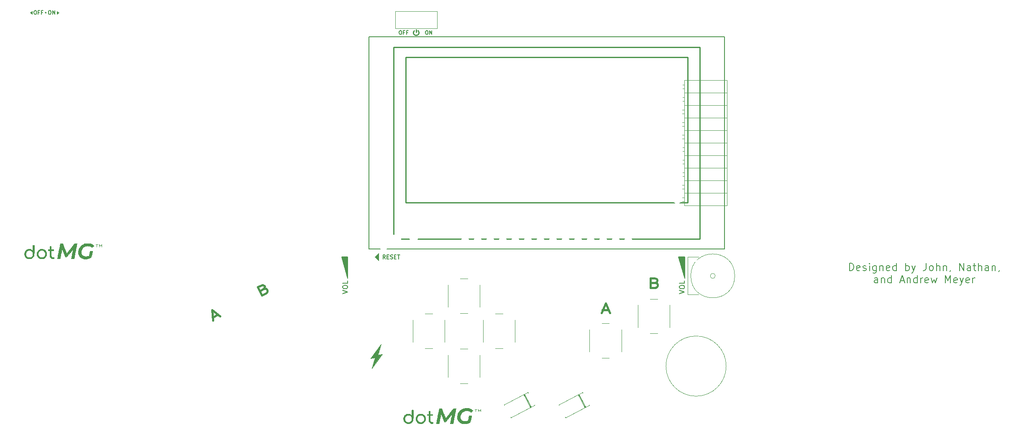
<source format=gbr>
G04 #@! TF.GenerationSoftware,KiCad,Pcbnew,(5.1.9-0-10_14)*
G04 #@! TF.CreationDate,2021-11-21T11:40:05-08:00*
G04 #@! TF.ProjectId,system,73797374-656d-42e6-9b69-6361645f7063,1.0-dev7*
G04 #@! TF.SameCoordinates,Original*
G04 #@! TF.FileFunction,Legend,Top*
G04 #@! TF.FilePolarity,Positive*
%FSLAX46Y46*%
G04 Gerber Fmt 4.6, Leading zero omitted, Abs format (unit mm)*
G04 Created by KiCad (PCBNEW (5.1.9-0-10_14)) date 2021-11-21 11:40:05*
%MOMM*%
%LPD*%
G01*
G04 APERTURE LIST*
%ADD10C,0.381000*%
%ADD11C,0.203200*%
%ADD12C,0.250000*%
%ADD13C,0.100000*%
%ADD14C,0.177800*%
%ADD15C,0.254000*%
%ADD16C,0.010000*%
%ADD17C,0.120000*%
%ADD18C,0.150000*%
%ADD19C,0.114300*%
%ADD20C,0.300000*%
%ADD21C,0.609600*%
%ADD22O,1.801600X1.801600*%
%ADD23C,1.801600*%
%ADD24C,1.851600*%
%ADD25C,2.101600*%
%ADD26C,3.851600*%
%ADD27C,1.401600*%
%ADD28C,5.501599*%
%ADD29C,5.501600*%
%ADD30C,1.701600*%
%ADD31O,1.701600X1.701600*%
%ADD32C,1.625600*%
%ADD33C,2.201600*%
G04 APERTURE END LIST*
D10*
X161562428Y-123307928D02*
X161925285Y-123398642D01*
X162046238Y-123489357D01*
X162167190Y-123670785D01*
X162167190Y-123942928D01*
X162046238Y-124124357D01*
X161925285Y-124215071D01*
X161683380Y-124305785D01*
X160715761Y-124305785D01*
X160715761Y-122400785D01*
X161562428Y-122400785D01*
X161804333Y-122491500D01*
X161925285Y-122582214D01*
X162046238Y-122763642D01*
X162046238Y-122945071D01*
X161925285Y-123126500D01*
X161804333Y-123217214D01*
X161562428Y-123307928D01*
X160715761Y-123307928D01*
X150997238Y-128841500D02*
X152206761Y-128841500D01*
X150755333Y-129385785D02*
X151602000Y-127480785D01*
X152448666Y-129385785D01*
D11*
X200959357Y-120856828D02*
X200959357Y-119332828D01*
X201322214Y-119332828D01*
X201539928Y-119405400D01*
X201685071Y-119550542D01*
X201757642Y-119695685D01*
X201830214Y-119985971D01*
X201830214Y-120203685D01*
X201757642Y-120493971D01*
X201685071Y-120639114D01*
X201539928Y-120784257D01*
X201322214Y-120856828D01*
X200959357Y-120856828D01*
X203063928Y-120784257D02*
X202918785Y-120856828D01*
X202628500Y-120856828D01*
X202483357Y-120784257D01*
X202410785Y-120639114D01*
X202410785Y-120058542D01*
X202483357Y-119913400D01*
X202628500Y-119840828D01*
X202918785Y-119840828D01*
X203063928Y-119913400D01*
X203136500Y-120058542D01*
X203136500Y-120203685D01*
X202410785Y-120348828D01*
X203717071Y-120784257D02*
X203862214Y-120856828D01*
X204152500Y-120856828D01*
X204297642Y-120784257D01*
X204370214Y-120639114D01*
X204370214Y-120566542D01*
X204297642Y-120421400D01*
X204152500Y-120348828D01*
X203934785Y-120348828D01*
X203789642Y-120276257D01*
X203717071Y-120131114D01*
X203717071Y-120058542D01*
X203789642Y-119913400D01*
X203934785Y-119840828D01*
X204152500Y-119840828D01*
X204297642Y-119913400D01*
X205023357Y-120856828D02*
X205023357Y-119840828D01*
X205023357Y-119332828D02*
X204950785Y-119405400D01*
X205023357Y-119477971D01*
X205095928Y-119405400D01*
X205023357Y-119332828D01*
X205023357Y-119477971D01*
X206402214Y-119840828D02*
X206402214Y-121074542D01*
X206329642Y-121219685D01*
X206257071Y-121292257D01*
X206111928Y-121364828D01*
X205894214Y-121364828D01*
X205749071Y-121292257D01*
X206402214Y-120784257D02*
X206257071Y-120856828D01*
X205966785Y-120856828D01*
X205821642Y-120784257D01*
X205749071Y-120711685D01*
X205676500Y-120566542D01*
X205676500Y-120131114D01*
X205749071Y-119985971D01*
X205821642Y-119913400D01*
X205966785Y-119840828D01*
X206257071Y-119840828D01*
X206402214Y-119913400D01*
X207127928Y-119840828D02*
X207127928Y-120856828D01*
X207127928Y-119985971D02*
X207200500Y-119913400D01*
X207345642Y-119840828D01*
X207563357Y-119840828D01*
X207708500Y-119913400D01*
X207781071Y-120058542D01*
X207781071Y-120856828D01*
X209087357Y-120784257D02*
X208942214Y-120856828D01*
X208651928Y-120856828D01*
X208506785Y-120784257D01*
X208434214Y-120639114D01*
X208434214Y-120058542D01*
X208506785Y-119913400D01*
X208651928Y-119840828D01*
X208942214Y-119840828D01*
X209087357Y-119913400D01*
X209159928Y-120058542D01*
X209159928Y-120203685D01*
X208434214Y-120348828D01*
X210466214Y-120856828D02*
X210466214Y-119332828D01*
X210466214Y-120784257D02*
X210321071Y-120856828D01*
X210030785Y-120856828D01*
X209885642Y-120784257D01*
X209813071Y-120711685D01*
X209740500Y-120566542D01*
X209740500Y-120131114D01*
X209813071Y-119985971D01*
X209885642Y-119913400D01*
X210030785Y-119840828D01*
X210321071Y-119840828D01*
X210466214Y-119913400D01*
X212353071Y-120856828D02*
X212353071Y-119332828D01*
X212353071Y-119913400D02*
X212498214Y-119840828D01*
X212788500Y-119840828D01*
X212933642Y-119913400D01*
X213006214Y-119985971D01*
X213078785Y-120131114D01*
X213078785Y-120566542D01*
X213006214Y-120711685D01*
X212933642Y-120784257D01*
X212788500Y-120856828D01*
X212498214Y-120856828D01*
X212353071Y-120784257D01*
X213586785Y-119840828D02*
X213949642Y-120856828D01*
X214312500Y-119840828D02*
X213949642Y-120856828D01*
X213804500Y-121219685D01*
X213731928Y-121292257D01*
X213586785Y-121364828D01*
X216489642Y-119332828D02*
X216489642Y-120421400D01*
X216417071Y-120639114D01*
X216271928Y-120784257D01*
X216054214Y-120856828D01*
X215909071Y-120856828D01*
X217433071Y-120856828D02*
X217287928Y-120784257D01*
X217215357Y-120711685D01*
X217142785Y-120566542D01*
X217142785Y-120131114D01*
X217215357Y-119985971D01*
X217287928Y-119913400D01*
X217433071Y-119840828D01*
X217650785Y-119840828D01*
X217795928Y-119913400D01*
X217868500Y-119985971D01*
X217941071Y-120131114D01*
X217941071Y-120566542D01*
X217868500Y-120711685D01*
X217795928Y-120784257D01*
X217650785Y-120856828D01*
X217433071Y-120856828D01*
X218594214Y-120856828D02*
X218594214Y-119332828D01*
X219247357Y-120856828D02*
X219247357Y-120058542D01*
X219174785Y-119913400D01*
X219029642Y-119840828D01*
X218811928Y-119840828D01*
X218666785Y-119913400D01*
X218594214Y-119985971D01*
X219973071Y-119840828D02*
X219973071Y-120856828D01*
X219973071Y-119985971D02*
X220045642Y-119913400D01*
X220190785Y-119840828D01*
X220408500Y-119840828D01*
X220553642Y-119913400D01*
X220626214Y-120058542D01*
X220626214Y-120856828D01*
X221424500Y-120784257D02*
X221424500Y-120856828D01*
X221351928Y-121001971D01*
X221279357Y-121074542D01*
X223238785Y-120856828D02*
X223238785Y-119332828D01*
X224109642Y-120856828D01*
X224109642Y-119332828D01*
X225488500Y-120856828D02*
X225488500Y-120058542D01*
X225415928Y-119913400D01*
X225270785Y-119840828D01*
X224980500Y-119840828D01*
X224835357Y-119913400D01*
X225488500Y-120784257D02*
X225343357Y-120856828D01*
X224980500Y-120856828D01*
X224835357Y-120784257D01*
X224762785Y-120639114D01*
X224762785Y-120493971D01*
X224835357Y-120348828D01*
X224980500Y-120276257D01*
X225343357Y-120276257D01*
X225488500Y-120203685D01*
X225996500Y-119840828D02*
X226577071Y-119840828D01*
X226214214Y-119332828D02*
X226214214Y-120639114D01*
X226286785Y-120784257D01*
X226431928Y-120856828D01*
X226577071Y-120856828D01*
X227085071Y-120856828D02*
X227085071Y-119332828D01*
X227738214Y-120856828D02*
X227738214Y-120058542D01*
X227665642Y-119913400D01*
X227520500Y-119840828D01*
X227302785Y-119840828D01*
X227157642Y-119913400D01*
X227085071Y-119985971D01*
X229117071Y-120856828D02*
X229117071Y-120058542D01*
X229044500Y-119913400D01*
X228899357Y-119840828D01*
X228609071Y-119840828D01*
X228463928Y-119913400D01*
X229117071Y-120784257D02*
X228971928Y-120856828D01*
X228609071Y-120856828D01*
X228463928Y-120784257D01*
X228391357Y-120639114D01*
X228391357Y-120493971D01*
X228463928Y-120348828D01*
X228609071Y-120276257D01*
X228971928Y-120276257D01*
X229117071Y-120203685D01*
X229842785Y-119840828D02*
X229842785Y-120856828D01*
X229842785Y-119985971D02*
X229915357Y-119913400D01*
X230060500Y-119840828D01*
X230278214Y-119840828D01*
X230423357Y-119913400D01*
X230495928Y-120058542D01*
X230495928Y-120856828D01*
X231294214Y-120784257D02*
X231294214Y-120856828D01*
X231221642Y-121001971D01*
X231149071Y-121074542D01*
X206692500Y-123346028D02*
X206692500Y-122547742D01*
X206619928Y-122402600D01*
X206474785Y-122330028D01*
X206184500Y-122330028D01*
X206039357Y-122402600D01*
X206692500Y-123273457D02*
X206547357Y-123346028D01*
X206184500Y-123346028D01*
X206039357Y-123273457D01*
X205966785Y-123128314D01*
X205966785Y-122983171D01*
X206039357Y-122838028D01*
X206184500Y-122765457D01*
X206547357Y-122765457D01*
X206692500Y-122692885D01*
X207418214Y-122330028D02*
X207418214Y-123346028D01*
X207418214Y-122475171D02*
X207490785Y-122402600D01*
X207635928Y-122330028D01*
X207853642Y-122330028D01*
X207998785Y-122402600D01*
X208071357Y-122547742D01*
X208071357Y-123346028D01*
X209450214Y-123346028D02*
X209450214Y-121822028D01*
X209450214Y-123273457D02*
X209305071Y-123346028D01*
X209014785Y-123346028D01*
X208869642Y-123273457D01*
X208797071Y-123200885D01*
X208724500Y-123055742D01*
X208724500Y-122620314D01*
X208797071Y-122475171D01*
X208869642Y-122402600D01*
X209014785Y-122330028D01*
X209305071Y-122330028D01*
X209450214Y-122402600D01*
X211264500Y-122910600D02*
X211990214Y-122910600D01*
X211119357Y-123346028D02*
X211627357Y-121822028D01*
X212135357Y-123346028D01*
X212643357Y-122330028D02*
X212643357Y-123346028D01*
X212643357Y-122475171D02*
X212715928Y-122402600D01*
X212861071Y-122330028D01*
X213078785Y-122330028D01*
X213223928Y-122402600D01*
X213296500Y-122547742D01*
X213296500Y-123346028D01*
X214675357Y-123346028D02*
X214675357Y-121822028D01*
X214675357Y-123273457D02*
X214530214Y-123346028D01*
X214239928Y-123346028D01*
X214094785Y-123273457D01*
X214022214Y-123200885D01*
X213949642Y-123055742D01*
X213949642Y-122620314D01*
X214022214Y-122475171D01*
X214094785Y-122402600D01*
X214239928Y-122330028D01*
X214530214Y-122330028D01*
X214675357Y-122402600D01*
X215401071Y-123346028D02*
X215401071Y-122330028D01*
X215401071Y-122620314D02*
X215473642Y-122475171D01*
X215546214Y-122402600D01*
X215691357Y-122330028D01*
X215836500Y-122330028D01*
X216925071Y-123273457D02*
X216779928Y-123346028D01*
X216489642Y-123346028D01*
X216344500Y-123273457D01*
X216271928Y-123128314D01*
X216271928Y-122547742D01*
X216344500Y-122402600D01*
X216489642Y-122330028D01*
X216779928Y-122330028D01*
X216925071Y-122402600D01*
X216997642Y-122547742D01*
X216997642Y-122692885D01*
X216271928Y-122838028D01*
X217505642Y-122330028D02*
X217795928Y-123346028D01*
X218086214Y-122620314D01*
X218376500Y-123346028D01*
X218666785Y-122330028D01*
X220408500Y-123346028D02*
X220408500Y-121822028D01*
X220916500Y-122910600D01*
X221424500Y-121822028D01*
X221424500Y-123346028D01*
X222730785Y-123273457D02*
X222585642Y-123346028D01*
X222295357Y-123346028D01*
X222150214Y-123273457D01*
X222077642Y-123128314D01*
X222077642Y-122547742D01*
X222150214Y-122402600D01*
X222295357Y-122330028D01*
X222585642Y-122330028D01*
X222730785Y-122402600D01*
X222803357Y-122547742D01*
X222803357Y-122692885D01*
X222077642Y-122838028D01*
X223311357Y-122330028D02*
X223674214Y-123346028D01*
X224037071Y-122330028D02*
X223674214Y-123346028D01*
X223529071Y-123708885D01*
X223456500Y-123781457D01*
X223311357Y-123854028D01*
X225198214Y-123273457D02*
X225053071Y-123346028D01*
X224762785Y-123346028D01*
X224617642Y-123273457D01*
X224545071Y-123128314D01*
X224545071Y-122547742D01*
X224617642Y-122402600D01*
X224762785Y-122330028D01*
X225053071Y-122330028D01*
X225198214Y-122402600D01*
X225270785Y-122547742D01*
X225270785Y-122692885D01*
X224545071Y-122838028D01*
X225923928Y-123346028D02*
X225923928Y-122330028D01*
X225923928Y-122620314D02*
X225996500Y-122475171D01*
X226069071Y-122402600D01*
X226214214Y-122330028D01*
X226359357Y-122330028D01*
D12*
X38354000Y-68580000D02*
G75*
G03*
X38354000Y-68580000I-63500J0D01*
G01*
D13*
G36*
X40957500Y-68580000D02*
G01*
X40513000Y-68897500D01*
X40513000Y-68262500D01*
X40957500Y-68580000D01*
G37*
X40957500Y-68580000D02*
X40513000Y-68897500D01*
X40513000Y-68262500D01*
X40957500Y-68580000D01*
G36*
X35560000Y-68897500D02*
G01*
X35115500Y-68580000D01*
X35560000Y-68262500D01*
X35560000Y-68897500D01*
G37*
X35560000Y-68897500D02*
X35115500Y-68580000D01*
X35560000Y-68262500D01*
X35560000Y-68897500D01*
D14*
X115352285Y-72226714D02*
X115497428Y-72226714D01*
X115570000Y-72263000D01*
X115642571Y-72335571D01*
X115678857Y-72480714D01*
X115678857Y-72734714D01*
X115642571Y-72879857D01*
X115570000Y-72952428D01*
X115497428Y-72988714D01*
X115352285Y-72988714D01*
X115279714Y-72952428D01*
X115207142Y-72879857D01*
X115170857Y-72734714D01*
X115170857Y-72480714D01*
X115207142Y-72335571D01*
X115279714Y-72263000D01*
X115352285Y-72226714D01*
X116005428Y-72988714D02*
X116005428Y-72226714D01*
X116440857Y-72988714D01*
X116440857Y-72226714D01*
X39025285Y-68162714D02*
X39170428Y-68162714D01*
X39243000Y-68199000D01*
X39315571Y-68271571D01*
X39351857Y-68416714D01*
X39351857Y-68670714D01*
X39315571Y-68815857D01*
X39243000Y-68888428D01*
X39170428Y-68924714D01*
X39025285Y-68924714D01*
X38952714Y-68888428D01*
X38880142Y-68815857D01*
X38843857Y-68670714D01*
X38843857Y-68416714D01*
X38880142Y-68271571D01*
X38952714Y-68199000D01*
X39025285Y-68162714D01*
X39678428Y-68924714D02*
X39678428Y-68162714D01*
X40113857Y-68924714D01*
X40113857Y-68162714D01*
X36104285Y-68162714D02*
X36249428Y-68162714D01*
X36322000Y-68199000D01*
X36394571Y-68271571D01*
X36430857Y-68416714D01*
X36430857Y-68670714D01*
X36394571Y-68815857D01*
X36322000Y-68888428D01*
X36249428Y-68924714D01*
X36104285Y-68924714D01*
X36031714Y-68888428D01*
X35959142Y-68815857D01*
X35922857Y-68670714D01*
X35922857Y-68416714D01*
X35959142Y-68271571D01*
X36031714Y-68199000D01*
X36104285Y-68162714D01*
X37011428Y-68525571D02*
X36757428Y-68525571D01*
X36757428Y-68924714D02*
X36757428Y-68162714D01*
X37120285Y-68162714D01*
X37664571Y-68525571D02*
X37410571Y-68525571D01*
X37410571Y-68924714D02*
X37410571Y-68162714D01*
X37773428Y-68162714D01*
D13*
G36*
X104267000Y-140716000D02*
G01*
X105029000Y-138049000D01*
X106426000Y-137795000D01*
X104267000Y-140716000D01*
G37*
X104267000Y-140716000D02*
X105029000Y-138049000D01*
X106426000Y-137795000D01*
X104267000Y-140716000D01*
G36*
X105410000Y-138430000D02*
G01*
X104013000Y-138684000D01*
X106172000Y-135763000D01*
X105410000Y-138430000D01*
G37*
X105410000Y-138430000D02*
X104013000Y-138684000D01*
X106172000Y-135763000D01*
X105410000Y-138430000D01*
G36*
X105664000Y-118872000D02*
G01*
X104902000Y-118110000D01*
X105664000Y-117348000D01*
X105664000Y-118872000D01*
G37*
X105664000Y-118872000D02*
X104902000Y-118110000D01*
X105664000Y-117348000D01*
X105664000Y-118872000D01*
D15*
X113284000Y-72034400D02*
X113284000Y-72517000D01*
X112890096Y-72250096D02*
G75*
G03*
X113665000Y-72237600I393904J-393904D01*
G01*
D14*
X110018285Y-72226714D02*
X110163428Y-72226714D01*
X110236000Y-72263000D01*
X110308571Y-72335571D01*
X110344857Y-72480714D01*
X110344857Y-72734714D01*
X110308571Y-72879857D01*
X110236000Y-72952428D01*
X110163428Y-72988714D01*
X110018285Y-72988714D01*
X109945714Y-72952428D01*
X109873142Y-72879857D01*
X109836857Y-72734714D01*
X109836857Y-72480714D01*
X109873142Y-72335571D01*
X109945714Y-72263000D01*
X110018285Y-72226714D01*
X110925428Y-72589571D02*
X110671428Y-72589571D01*
X110671428Y-72988714D02*
X110671428Y-72226714D01*
X111034285Y-72226714D01*
X111578571Y-72589571D02*
X111324571Y-72589571D01*
X111324571Y-72988714D02*
X111324571Y-72226714D01*
X111687428Y-72226714D01*
D16*
G36*
X123703197Y-148737658D02*
G01*
X123893983Y-148761530D01*
X124069748Y-148802130D01*
X124233084Y-148860124D01*
X124386581Y-148936179D01*
X124452352Y-148975971D01*
X124484313Y-148998861D01*
X124525208Y-149031618D01*
X124570902Y-149070492D01*
X124617259Y-149111732D01*
X124660147Y-149151588D01*
X124695428Y-149186309D01*
X124718968Y-149212144D01*
X124726700Y-149224817D01*
X124717463Y-149234928D01*
X124692005Y-149258308D01*
X124653706Y-149292076D01*
X124605947Y-149333346D01*
X124552108Y-149379236D01*
X124495569Y-149426861D01*
X124439711Y-149473338D01*
X124387916Y-149515783D01*
X124348955Y-149547054D01*
X124319138Y-149570658D01*
X124246694Y-149501933D01*
X124165347Y-149430737D01*
X124086831Y-149375963D01*
X124002012Y-149331630D01*
X123958238Y-149313046D01*
X123811581Y-149266586D01*
X123651529Y-149238392D01*
X123482931Y-149229057D01*
X123333941Y-149236650D01*
X123152104Y-149264584D01*
X122986679Y-149310752D01*
X122835378Y-149376204D01*
X122695910Y-149461986D01*
X122565986Y-149569146D01*
X122529243Y-149604899D01*
X122416423Y-149736336D01*
X122324435Y-149881892D01*
X122253630Y-150040660D01*
X122204362Y-150211734D01*
X122176983Y-150394206D01*
X122171034Y-150526750D01*
X122173161Y-150630535D01*
X122181594Y-150716945D01*
X122197932Y-150793567D01*
X122223774Y-150867986D01*
X122259188Y-150944750D01*
X122327106Y-151051975D01*
X122414994Y-151145674D01*
X122520791Y-151224961D01*
X122642434Y-151288952D01*
X122777863Y-151336761D01*
X122925017Y-151367505D01*
X123081834Y-151380296D01*
X123246253Y-151374251D01*
X123256988Y-151373202D01*
X123415868Y-151349791D01*
X123556926Y-151313142D01*
X123663370Y-151272015D01*
X123742038Y-151236597D01*
X123932953Y-150272750D01*
X124202827Y-150269322D01*
X124282532Y-150268747D01*
X124352917Y-150269079D01*
X124410294Y-150270227D01*
X124450971Y-150272108D01*
X124471258Y-150274633D01*
X124472860Y-150275672D01*
X124470453Y-150289700D01*
X124463489Y-150326194D01*
X124452450Y-150382726D01*
X124437817Y-150456868D01*
X124420070Y-150546190D01*
X124399691Y-150648265D01*
X124377162Y-150760663D01*
X124352964Y-150880956D01*
X124349740Y-150896951D01*
X124226461Y-151508453D01*
X124130505Y-151572760D01*
X123957433Y-151674458D01*
X123768865Y-151757718D01*
X123563310Y-151823172D01*
X123507500Y-151837208D01*
X123456516Y-151848633D01*
X123409001Y-151857206D01*
X123359508Y-151863431D01*
X123302590Y-151867812D01*
X123232803Y-151870854D01*
X123144702Y-151873059D01*
X123113801Y-151873635D01*
X122997410Y-151874730D01*
X122903121Y-151873404D01*
X122827736Y-151869543D01*
X122768060Y-151863031D01*
X122753336Y-151860649D01*
X122565702Y-151819299D01*
X122396620Y-151763818D01*
X122242620Y-151692729D01*
X122100229Y-151604553D01*
X122032819Y-151554006D01*
X121909126Y-151439789D01*
X121804853Y-151309373D01*
X121720289Y-151163269D01*
X121655723Y-151001987D01*
X121611443Y-150826035D01*
X121607419Y-150803445D01*
X121596564Y-150710082D01*
X121591925Y-150599967D01*
X121593255Y-150480914D01*
X121600311Y-150360737D01*
X121612846Y-150247248D01*
X121627543Y-150162272D01*
X121684067Y-149953622D01*
X121762450Y-149757124D01*
X121861716Y-149573943D01*
X121980886Y-149405241D01*
X122118983Y-149252183D01*
X122275028Y-149115932D01*
X122448046Y-148997652D01*
X122637057Y-148898506D01*
X122718327Y-148863905D01*
X122877798Y-148808582D01*
X123042232Y-148768575D01*
X123216645Y-148743016D01*
X123406052Y-148731039D01*
X123494800Y-148729849D01*
X123703197Y-148737658D01*
G37*
X123703197Y-148737658D02*
X123893983Y-148761530D01*
X124069748Y-148802130D01*
X124233084Y-148860124D01*
X124386581Y-148936179D01*
X124452352Y-148975971D01*
X124484313Y-148998861D01*
X124525208Y-149031618D01*
X124570902Y-149070492D01*
X124617259Y-149111732D01*
X124660147Y-149151588D01*
X124695428Y-149186309D01*
X124718968Y-149212144D01*
X124726700Y-149224817D01*
X124717463Y-149234928D01*
X124692005Y-149258308D01*
X124653706Y-149292076D01*
X124605947Y-149333346D01*
X124552108Y-149379236D01*
X124495569Y-149426861D01*
X124439711Y-149473338D01*
X124387916Y-149515783D01*
X124348955Y-149547054D01*
X124319138Y-149570658D01*
X124246694Y-149501933D01*
X124165347Y-149430737D01*
X124086831Y-149375963D01*
X124002012Y-149331630D01*
X123958238Y-149313046D01*
X123811581Y-149266586D01*
X123651529Y-149238392D01*
X123482931Y-149229057D01*
X123333941Y-149236650D01*
X123152104Y-149264584D01*
X122986679Y-149310752D01*
X122835378Y-149376204D01*
X122695910Y-149461986D01*
X122565986Y-149569146D01*
X122529243Y-149604899D01*
X122416423Y-149736336D01*
X122324435Y-149881892D01*
X122253630Y-150040660D01*
X122204362Y-150211734D01*
X122176983Y-150394206D01*
X122171034Y-150526750D01*
X122173161Y-150630535D01*
X122181594Y-150716945D01*
X122197932Y-150793567D01*
X122223774Y-150867986D01*
X122259188Y-150944750D01*
X122327106Y-151051975D01*
X122414994Y-151145674D01*
X122520791Y-151224961D01*
X122642434Y-151288952D01*
X122777863Y-151336761D01*
X122925017Y-151367505D01*
X123081834Y-151380296D01*
X123246253Y-151374251D01*
X123256988Y-151373202D01*
X123415868Y-151349791D01*
X123556926Y-151313142D01*
X123663370Y-151272015D01*
X123742038Y-151236597D01*
X123932953Y-150272750D01*
X124202827Y-150269322D01*
X124282532Y-150268747D01*
X124352917Y-150269079D01*
X124410294Y-150270227D01*
X124450971Y-150272108D01*
X124471258Y-150274633D01*
X124472860Y-150275672D01*
X124470453Y-150289700D01*
X124463489Y-150326194D01*
X124452450Y-150382726D01*
X124437817Y-150456868D01*
X124420070Y-150546190D01*
X124399691Y-150648265D01*
X124377162Y-150760663D01*
X124352964Y-150880956D01*
X124349740Y-150896951D01*
X124226461Y-151508453D01*
X124130505Y-151572760D01*
X123957433Y-151674458D01*
X123768865Y-151757718D01*
X123563310Y-151823172D01*
X123507500Y-151837208D01*
X123456516Y-151848633D01*
X123409001Y-151857206D01*
X123359508Y-151863431D01*
X123302590Y-151867812D01*
X123232803Y-151870854D01*
X123144702Y-151873059D01*
X123113801Y-151873635D01*
X122997410Y-151874730D01*
X122903121Y-151873404D01*
X122827736Y-151869543D01*
X122768060Y-151863031D01*
X122753336Y-151860649D01*
X122565702Y-151819299D01*
X122396620Y-151763818D01*
X122242620Y-151692729D01*
X122100229Y-151604553D01*
X122032819Y-151554006D01*
X121909126Y-151439789D01*
X121804853Y-151309373D01*
X121720289Y-151163269D01*
X121655723Y-151001987D01*
X121611443Y-150826035D01*
X121607419Y-150803445D01*
X121596564Y-150710082D01*
X121591925Y-150599967D01*
X121593255Y-150480914D01*
X121600311Y-150360737D01*
X121612846Y-150247248D01*
X121627543Y-150162272D01*
X121684067Y-149953622D01*
X121762450Y-149757124D01*
X121861716Y-149573943D01*
X121980886Y-149405241D01*
X122118983Y-149252183D01*
X122275028Y-149115932D01*
X122448046Y-148997652D01*
X122637057Y-148898506D01*
X122718327Y-148863905D01*
X122877798Y-148808582D01*
X123042232Y-148768575D01*
X123216645Y-148743016D01*
X123406052Y-148731039D01*
X123494800Y-148729849D01*
X123703197Y-148737658D01*
G36*
X112525932Y-149068115D02*
G01*
X112567126Y-149074253D01*
X112598821Y-149094323D01*
X112613383Y-149109337D01*
X112649000Y-149149200D01*
X112649000Y-150068920D01*
X112648930Y-150249463D01*
X112648698Y-150406428D01*
X112648269Y-150541635D01*
X112647609Y-150656903D01*
X112646681Y-150754056D01*
X112645454Y-150834911D01*
X112643890Y-150901292D01*
X112641956Y-150955017D01*
X112639618Y-150997909D01*
X112636840Y-151031787D01*
X112633588Y-151058473D01*
X112629827Y-151079787D01*
X112629766Y-151080075D01*
X112587087Y-151228430D01*
X112523550Y-151363887D01*
X112437578Y-151489461D01*
X112382437Y-151552976D01*
X112267332Y-151658353D01*
X112139576Y-151742115D01*
X112000597Y-151803451D01*
X111887415Y-151834763D01*
X111815737Y-151845218D01*
X111728664Y-151850936D01*
X111635193Y-151851932D01*
X111544320Y-151848221D01*
X111465041Y-151839816D01*
X111433360Y-151834034D01*
X111291464Y-151790345D01*
X111157843Y-151724509D01*
X111035533Y-151639009D01*
X110927567Y-151536328D01*
X110836983Y-151418947D01*
X110766815Y-151289347D01*
X110766553Y-151288750D01*
X110736308Y-151215844D01*
X110714689Y-151152871D01*
X110700319Y-151092585D01*
X110691820Y-151027738D01*
X110687815Y-150951082D01*
X110686915Y-150869650D01*
X110686958Y-150866821D01*
X110947087Y-150866821D01*
X110959565Y-151000379D01*
X110972288Y-151058930D01*
X111017600Y-151189016D01*
X111081867Y-151303622D01*
X111163029Y-151401531D01*
X111259024Y-151481525D01*
X111367790Y-151542386D01*
X111487265Y-151582897D01*
X111615389Y-151601840D01*
X111750100Y-151597999D01*
X111853817Y-151579529D01*
X111970545Y-151538762D01*
X112075872Y-151477274D01*
X112168209Y-151397767D01*
X112245968Y-151302947D01*
X112307562Y-151195517D01*
X112351405Y-151078182D01*
X112375909Y-150953647D01*
X112379486Y-150824617D01*
X112364169Y-150709997D01*
X112324077Y-150576477D01*
X112264691Y-150457874D01*
X112187968Y-150355519D01*
X112095864Y-150270743D01*
X111990338Y-150204877D01*
X111873347Y-150159251D01*
X111746848Y-150135197D01*
X111612800Y-150134046D01*
X111532328Y-150144403D01*
X111406037Y-150179071D01*
X111292041Y-150234346D01*
X111191785Y-150307874D01*
X111106710Y-150397296D01*
X111038260Y-150500259D01*
X110987877Y-150614405D01*
X110957005Y-150737378D01*
X110947087Y-150866821D01*
X110686958Y-150866821D01*
X110688445Y-150768837D01*
X110694139Y-150686229D01*
X110705541Y-150614764D01*
X110724196Y-150547382D01*
X110751646Y-150477022D01*
X110789435Y-150396624D01*
X110791034Y-150393400D01*
X110821827Y-150334794D01*
X110852080Y-150286527D01*
X110887379Y-150241070D01*
X110933312Y-150190898D01*
X110965755Y-150157940D01*
X111079670Y-150057628D01*
X111197999Y-149981341D01*
X111323844Y-149927794D01*
X111460310Y-149895696D01*
X111610499Y-149883762D01*
X111626651Y-149883627D01*
X111727174Y-149885912D01*
X111810678Y-149894152D01*
X111885112Y-149909652D01*
X111958425Y-149933713D01*
X111977088Y-149941049D01*
X112101191Y-150001098D01*
X112210285Y-150076359D01*
X112282818Y-150141620D01*
X112368567Y-150226391D01*
X112372259Y-149690770D01*
X112373221Y-149555543D01*
X112374256Y-149443394D01*
X112375633Y-149352000D01*
X112377628Y-149279043D01*
X112380512Y-149222198D01*
X112384554Y-149179147D01*
X112390030Y-149147567D01*
X112397211Y-149125136D01*
X112406367Y-149109534D01*
X112417772Y-149098439D01*
X112431699Y-149089530D01*
X112443475Y-149083145D01*
X112476393Y-149072722D01*
X112518171Y-149068089D01*
X112525932Y-149068115D01*
G37*
X112525932Y-149068115D02*
X112567126Y-149074253D01*
X112598821Y-149094323D01*
X112613383Y-149109337D01*
X112649000Y-149149200D01*
X112649000Y-150068920D01*
X112648930Y-150249463D01*
X112648698Y-150406428D01*
X112648269Y-150541635D01*
X112647609Y-150656903D01*
X112646681Y-150754056D01*
X112645454Y-150834911D01*
X112643890Y-150901292D01*
X112641956Y-150955017D01*
X112639618Y-150997909D01*
X112636840Y-151031787D01*
X112633588Y-151058473D01*
X112629827Y-151079787D01*
X112629766Y-151080075D01*
X112587087Y-151228430D01*
X112523550Y-151363887D01*
X112437578Y-151489461D01*
X112382437Y-151552976D01*
X112267332Y-151658353D01*
X112139576Y-151742115D01*
X112000597Y-151803451D01*
X111887415Y-151834763D01*
X111815737Y-151845218D01*
X111728664Y-151850936D01*
X111635193Y-151851932D01*
X111544320Y-151848221D01*
X111465041Y-151839816D01*
X111433360Y-151834034D01*
X111291464Y-151790345D01*
X111157843Y-151724509D01*
X111035533Y-151639009D01*
X110927567Y-151536328D01*
X110836983Y-151418947D01*
X110766815Y-151289347D01*
X110766553Y-151288750D01*
X110736308Y-151215844D01*
X110714689Y-151152871D01*
X110700319Y-151092585D01*
X110691820Y-151027738D01*
X110687815Y-150951082D01*
X110686915Y-150869650D01*
X110686958Y-150866821D01*
X110947087Y-150866821D01*
X110959565Y-151000379D01*
X110972288Y-151058930D01*
X111017600Y-151189016D01*
X111081867Y-151303622D01*
X111163029Y-151401531D01*
X111259024Y-151481525D01*
X111367790Y-151542386D01*
X111487265Y-151582897D01*
X111615389Y-151601840D01*
X111750100Y-151597999D01*
X111853817Y-151579529D01*
X111970545Y-151538762D01*
X112075872Y-151477274D01*
X112168209Y-151397767D01*
X112245968Y-151302947D01*
X112307562Y-151195517D01*
X112351405Y-151078182D01*
X112375909Y-150953647D01*
X112379486Y-150824617D01*
X112364169Y-150709997D01*
X112324077Y-150576477D01*
X112264691Y-150457874D01*
X112187968Y-150355519D01*
X112095864Y-150270743D01*
X111990338Y-150204877D01*
X111873347Y-150159251D01*
X111746848Y-150135197D01*
X111612800Y-150134046D01*
X111532328Y-150144403D01*
X111406037Y-150179071D01*
X111292041Y-150234346D01*
X111191785Y-150307874D01*
X111106710Y-150397296D01*
X111038260Y-150500259D01*
X110987877Y-150614405D01*
X110957005Y-150737378D01*
X110947087Y-150866821D01*
X110686958Y-150866821D01*
X110688445Y-150768837D01*
X110694139Y-150686229D01*
X110705541Y-150614764D01*
X110724196Y-150547382D01*
X110751646Y-150477022D01*
X110789435Y-150396624D01*
X110791034Y-150393400D01*
X110821827Y-150334794D01*
X110852080Y-150286527D01*
X110887379Y-150241070D01*
X110933312Y-150190898D01*
X110965755Y-150157940D01*
X111079670Y-150057628D01*
X111197999Y-149981341D01*
X111323844Y-149927794D01*
X111460310Y-149895696D01*
X111610499Y-149883762D01*
X111626651Y-149883627D01*
X111727174Y-149885912D01*
X111810678Y-149894152D01*
X111885112Y-149909652D01*
X111958425Y-149933713D01*
X111977088Y-149941049D01*
X112101191Y-150001098D01*
X112210285Y-150076359D01*
X112282818Y-150141620D01*
X112368567Y-150226391D01*
X112372259Y-149690770D01*
X112373221Y-149555543D01*
X112374256Y-149443394D01*
X112375633Y-149352000D01*
X112377628Y-149279043D01*
X112380512Y-149222198D01*
X112384554Y-149179147D01*
X112390030Y-149147567D01*
X112397211Y-149125136D01*
X112406367Y-149109534D01*
X112417772Y-149098439D01*
X112431699Y-149089530D01*
X112443475Y-149083145D01*
X112476393Y-149072722D01*
X112518171Y-149068089D01*
X112525932Y-149068115D01*
G36*
X114342433Y-149893929D02*
G01*
X114494497Y-149927603D01*
X114634888Y-149983027D01*
X114762345Y-150059425D01*
X114875608Y-150156026D01*
X114973414Y-150272055D01*
X115054504Y-150406737D01*
X115063548Y-150425150D01*
X115099859Y-150506236D01*
X115125731Y-150579101D01*
X115142751Y-150651292D01*
X115152504Y-150730359D01*
X115156579Y-150823847D01*
X115156980Y-150869650D01*
X115155151Y-150970328D01*
X115148361Y-151053539D01*
X115135162Y-151126970D01*
X115114104Y-151198309D01*
X115083742Y-151275244D01*
X115078222Y-151287908D01*
X115005373Y-151422720D01*
X114913022Y-151542482D01*
X114803274Y-151645497D01*
X114678235Y-151730071D01*
X114540009Y-151794507D01*
X114398616Y-151835477D01*
X114339890Y-151844055D01*
X114264913Y-151849610D01*
X114182023Y-151852050D01*
X114099557Y-151851287D01*
X114025853Y-151847230D01*
X113970755Y-151840091D01*
X113823044Y-151798763D01*
X113685110Y-151735647D01*
X113559447Y-151652722D01*
X113448549Y-151551965D01*
X113354912Y-151435356D01*
X113281029Y-151304871D01*
X113272931Y-151286820D01*
X113230382Y-151167933D01*
X113204439Y-151042337D01*
X113193849Y-150903475D01*
X113193454Y-150869650D01*
X113194089Y-150856945D01*
X113462686Y-150856945D01*
X113465942Y-150956348D01*
X113477907Y-151045947D01*
X113482306Y-151065689D01*
X113524369Y-151186423D01*
X113587765Y-151299255D01*
X113669151Y-151399433D01*
X113765189Y-151482202D01*
X113784313Y-151495239D01*
X113895486Y-151553126D01*
X114017785Y-151589497D01*
X114148152Y-151603906D01*
X114283530Y-151595908D01*
X114366354Y-151580057D01*
X114485025Y-151538670D01*
X114593275Y-151475624D01*
X114688579Y-151393403D01*
X114768408Y-151294489D01*
X114830235Y-151181366D01*
X114862075Y-151092903D01*
X114877696Y-151015516D01*
X114885994Y-150923540D01*
X114886862Y-150826737D01*
X114880189Y-150734871D01*
X114866924Y-150661679D01*
X114822391Y-150538446D01*
X114757277Y-150426667D01*
X114674123Y-150329036D01*
X114575471Y-150248248D01*
X114463861Y-150186998D01*
X114395777Y-150161970D01*
X114297018Y-150141000D01*
X114187712Y-150133208D01*
X114078047Y-150138604D01*
X113978212Y-150157198D01*
X113963450Y-150161516D01*
X113839565Y-150212793D01*
X113729827Y-150284301D01*
X113636133Y-150374021D01*
X113560380Y-150479932D01*
X113504469Y-150600014D01*
X113482306Y-150673611D01*
X113468142Y-150758959D01*
X113462686Y-150856945D01*
X113194089Y-150856945D01*
X113200941Y-150720039D01*
X113224653Y-150586220D01*
X113265907Y-150463422D01*
X113326019Y-150346873D01*
X113346503Y-150314567D01*
X113443198Y-150189096D01*
X113553620Y-150084970D01*
X113677584Y-150002287D01*
X113814904Y-149941144D01*
X113965395Y-149901636D01*
X114128871Y-149883859D01*
X114179957Y-149882779D01*
X114342433Y-149893929D01*
G37*
X114342433Y-149893929D02*
X114494497Y-149927603D01*
X114634888Y-149983027D01*
X114762345Y-150059425D01*
X114875608Y-150156026D01*
X114973414Y-150272055D01*
X115054504Y-150406737D01*
X115063548Y-150425150D01*
X115099859Y-150506236D01*
X115125731Y-150579101D01*
X115142751Y-150651292D01*
X115152504Y-150730359D01*
X115156579Y-150823847D01*
X115156980Y-150869650D01*
X115155151Y-150970328D01*
X115148361Y-151053539D01*
X115135162Y-151126970D01*
X115114104Y-151198309D01*
X115083742Y-151275244D01*
X115078222Y-151287908D01*
X115005373Y-151422720D01*
X114913022Y-151542482D01*
X114803274Y-151645497D01*
X114678235Y-151730071D01*
X114540009Y-151794507D01*
X114398616Y-151835477D01*
X114339890Y-151844055D01*
X114264913Y-151849610D01*
X114182023Y-151852050D01*
X114099557Y-151851287D01*
X114025853Y-151847230D01*
X113970755Y-151840091D01*
X113823044Y-151798763D01*
X113685110Y-151735647D01*
X113559447Y-151652722D01*
X113448549Y-151551965D01*
X113354912Y-151435356D01*
X113281029Y-151304871D01*
X113272931Y-151286820D01*
X113230382Y-151167933D01*
X113204439Y-151042337D01*
X113193849Y-150903475D01*
X113193454Y-150869650D01*
X113194089Y-150856945D01*
X113462686Y-150856945D01*
X113465942Y-150956348D01*
X113477907Y-151045947D01*
X113482306Y-151065689D01*
X113524369Y-151186423D01*
X113587765Y-151299255D01*
X113669151Y-151399433D01*
X113765189Y-151482202D01*
X113784313Y-151495239D01*
X113895486Y-151553126D01*
X114017785Y-151589497D01*
X114148152Y-151603906D01*
X114283530Y-151595908D01*
X114366354Y-151580057D01*
X114485025Y-151538670D01*
X114593275Y-151475624D01*
X114688579Y-151393403D01*
X114768408Y-151294489D01*
X114830235Y-151181366D01*
X114862075Y-151092903D01*
X114877696Y-151015516D01*
X114885994Y-150923540D01*
X114886862Y-150826737D01*
X114880189Y-150734871D01*
X114866924Y-150661679D01*
X114822391Y-150538446D01*
X114757277Y-150426667D01*
X114674123Y-150329036D01*
X114575471Y-150248248D01*
X114463861Y-150186998D01*
X114395777Y-150161970D01*
X114297018Y-150141000D01*
X114187712Y-150133208D01*
X114078047Y-150138604D01*
X113978212Y-150157198D01*
X113963450Y-150161516D01*
X113839565Y-150212793D01*
X113729827Y-150284301D01*
X113636133Y-150374021D01*
X113560380Y-150479932D01*
X113504469Y-150600014D01*
X113482306Y-150673611D01*
X113468142Y-150758959D01*
X113462686Y-150856945D01*
X113194089Y-150856945D01*
X113200941Y-150720039D01*
X113224653Y-150586220D01*
X113265907Y-150463422D01*
X113326019Y-150346873D01*
X113346503Y-150314567D01*
X113443198Y-150189096D01*
X113553620Y-150084970D01*
X113677584Y-150002287D01*
X113814904Y-149941144D01*
X113965395Y-149901636D01*
X114128871Y-149883859D01*
X114179957Y-149882779D01*
X114342433Y-149893929D01*
G36*
X115980223Y-149287518D02*
G01*
X116024859Y-149310825D01*
X116053160Y-149343166D01*
X116061194Y-149358203D01*
X116067286Y-149375838D01*
X116071702Y-149399604D01*
X116074708Y-149433029D01*
X116076568Y-149479644D01*
X116077549Y-149542977D01*
X116077917Y-149626560D01*
X116077953Y-149672675D01*
X116078001Y-149961600D01*
X116281609Y-149961600D01*
X116380868Y-149962908D01*
X116457566Y-149967585D01*
X116514442Y-149976761D01*
X116554236Y-149991567D01*
X116579687Y-150013131D01*
X116593535Y-150042584D01*
X116598518Y-150081057D01*
X116598700Y-150092383D01*
X116588021Y-150139053D01*
X116565219Y-150169418D01*
X116531736Y-150202900D01*
X116078001Y-150202900D01*
X116078001Y-150697575D01*
X116078197Y-150836568D01*
X116078934Y-150952740D01*
X116080431Y-151048667D01*
X116082909Y-151126926D01*
X116086588Y-151190094D01*
X116091689Y-151240746D01*
X116098431Y-151281460D01*
X116107035Y-151314813D01*
X116117721Y-151343379D01*
X116130709Y-151369738D01*
X116136322Y-151379759D01*
X116193447Y-151455124D01*
X116266366Y-151511086D01*
X116353537Y-151546811D01*
X116453426Y-151561464D01*
X116472067Y-151561800D01*
X116522736Y-151563870D01*
X116568881Y-151569251D01*
X116595968Y-151575450D01*
X116640008Y-151602420D01*
X116667701Y-151642916D01*
X116678836Y-151690847D01*
X116673202Y-151740126D01*
X116650589Y-151784663D01*
X116610788Y-151818367D01*
X116604468Y-151821575D01*
X116562744Y-151833264D01*
X116504004Y-151839264D01*
X116435979Y-151839591D01*
X116366403Y-151834259D01*
X116303009Y-151823282D01*
X116293900Y-151820988D01*
X116173331Y-151776421D01*
X116066545Y-151711111D01*
X115975032Y-151626534D01*
X115900277Y-151524173D01*
X115843769Y-151405506D01*
X115827536Y-151356937D01*
X115822375Y-151336017D01*
X115818031Y-151309174D01*
X115814404Y-151273985D01*
X115811390Y-151228030D01*
X115808890Y-151168885D01*
X115806801Y-151094128D01*
X115805022Y-151001337D01*
X115803452Y-150888090D01*
X115801989Y-150751966D01*
X115801929Y-150745825D01*
X115796684Y-150202900D01*
X115663457Y-150202900D01*
X115605270Y-150201630D01*
X115554553Y-150198205D01*
X115517989Y-150193201D01*
X115504590Y-150189177D01*
X115476472Y-150161815D01*
X115457249Y-150120316D01*
X115451054Y-150075496D01*
X115453812Y-150056387D01*
X115468961Y-150020750D01*
X115494804Y-149995239D01*
X115535015Y-149978248D01*
X115593273Y-149968170D01*
X115666140Y-149963619D01*
X115798600Y-149959288D01*
X115799317Y-149684218D01*
X115800395Y-149574496D01*
X115802961Y-149485735D01*
X115806952Y-149419211D01*
X115812305Y-149376196D01*
X115815192Y-149364700D01*
X115841823Y-149320982D01*
X115882404Y-149293166D01*
X115930638Y-149281821D01*
X115980223Y-149287518D01*
G37*
X115980223Y-149287518D02*
X116024859Y-149310825D01*
X116053160Y-149343166D01*
X116061194Y-149358203D01*
X116067286Y-149375838D01*
X116071702Y-149399604D01*
X116074708Y-149433029D01*
X116076568Y-149479644D01*
X116077549Y-149542977D01*
X116077917Y-149626560D01*
X116077953Y-149672675D01*
X116078001Y-149961600D01*
X116281609Y-149961600D01*
X116380868Y-149962908D01*
X116457566Y-149967585D01*
X116514442Y-149976761D01*
X116554236Y-149991567D01*
X116579687Y-150013131D01*
X116593535Y-150042584D01*
X116598518Y-150081057D01*
X116598700Y-150092383D01*
X116588021Y-150139053D01*
X116565219Y-150169418D01*
X116531736Y-150202900D01*
X116078001Y-150202900D01*
X116078001Y-150697575D01*
X116078197Y-150836568D01*
X116078934Y-150952740D01*
X116080431Y-151048667D01*
X116082909Y-151126926D01*
X116086588Y-151190094D01*
X116091689Y-151240746D01*
X116098431Y-151281460D01*
X116107035Y-151314813D01*
X116117721Y-151343379D01*
X116130709Y-151369738D01*
X116136322Y-151379759D01*
X116193447Y-151455124D01*
X116266366Y-151511086D01*
X116353537Y-151546811D01*
X116453426Y-151561464D01*
X116472067Y-151561800D01*
X116522736Y-151563870D01*
X116568881Y-151569251D01*
X116595968Y-151575450D01*
X116640008Y-151602420D01*
X116667701Y-151642916D01*
X116678836Y-151690847D01*
X116673202Y-151740126D01*
X116650589Y-151784663D01*
X116610788Y-151818367D01*
X116604468Y-151821575D01*
X116562744Y-151833264D01*
X116504004Y-151839264D01*
X116435979Y-151839591D01*
X116366403Y-151834259D01*
X116303009Y-151823282D01*
X116293900Y-151820988D01*
X116173331Y-151776421D01*
X116066545Y-151711111D01*
X115975032Y-151626534D01*
X115900277Y-151524173D01*
X115843769Y-151405506D01*
X115827536Y-151356937D01*
X115822375Y-151336017D01*
X115818031Y-151309174D01*
X115814404Y-151273985D01*
X115811390Y-151228030D01*
X115808890Y-151168885D01*
X115806801Y-151094128D01*
X115805022Y-151001337D01*
X115803452Y-150888090D01*
X115801989Y-150751966D01*
X115801929Y-150745825D01*
X115796684Y-150202900D01*
X115663457Y-150202900D01*
X115605270Y-150201630D01*
X115554553Y-150198205D01*
X115517989Y-150193201D01*
X115504590Y-150189177D01*
X115476472Y-150161815D01*
X115457249Y-150120316D01*
X115451054Y-150075496D01*
X115453812Y-150056387D01*
X115468961Y-150020750D01*
X115494804Y-149995239D01*
X115535015Y-149978248D01*
X115593273Y-149968170D01*
X115666140Y-149963619D01*
X115798600Y-149959288D01*
X115799317Y-149684218D01*
X115800395Y-149574496D01*
X115802961Y-149485735D01*
X115806952Y-149419211D01*
X115812305Y-149376196D01*
X115815192Y-149364700D01*
X115841823Y-149320982D01*
X115882404Y-149293166D01*
X115930638Y-149281821D01*
X115980223Y-149287518D01*
G36*
X118105988Y-148769786D02*
G01*
X118180163Y-148770686D01*
X118180709Y-148770695D01*
X118416518Y-148774150D01*
X118818469Y-149787113D01*
X118879035Y-149939458D01*
X118937032Y-150084779D01*
X118991768Y-150221376D01*
X119042551Y-150347547D01*
X119088689Y-150461590D01*
X119129489Y-150561808D01*
X119164262Y-150646498D01*
X119192316Y-150713961D01*
X119212956Y-150762494D01*
X119225494Y-150790400D01*
X119229180Y-150796763D01*
X119238040Y-150786493D01*
X119261438Y-150757514D01*
X119298319Y-150711171D01*
X119347628Y-150648808D01*
X119408311Y-150571766D01*
X119479312Y-150481391D01*
X119559578Y-150379025D01*
X119648053Y-150266011D01*
X119743684Y-150143693D01*
X119845415Y-150013414D01*
X119952191Y-149876517D01*
X120024443Y-149783799D01*
X120810946Y-148774150D01*
X121062136Y-148770701D01*
X121150841Y-148769800D01*
X121216841Y-148769960D01*
X121262814Y-148771320D01*
X121291437Y-148774019D01*
X121305390Y-148778194D01*
X121307591Y-148783401D01*
X121304423Y-148797679D01*
X121296598Y-148835336D01*
X121284425Y-148894843D01*
X121268212Y-148974669D01*
X121248267Y-149073283D01*
X121224898Y-149189154D01*
X121198413Y-149320753D01*
X121169121Y-149466549D01*
X121137329Y-149625011D01*
X121103345Y-149794609D01*
X121067478Y-149973813D01*
X121030035Y-150161091D01*
X120998220Y-150320375D01*
X120694585Y-151841200D01*
X120424643Y-151841200D01*
X120344946Y-151840773D01*
X120274596Y-151839581D01*
X120217275Y-151837753D01*
X120176668Y-151835419D01*
X120156460Y-151832709D01*
X120154889Y-151831675D01*
X120157335Y-151818013D01*
X120164365Y-151781339D01*
X120175606Y-151723555D01*
X120190680Y-151646559D01*
X120209217Y-151552253D01*
X120230840Y-151442538D01*
X120255177Y-151319312D01*
X120281852Y-151184475D01*
X120310491Y-151039929D01*
X120340721Y-150887574D01*
X120350586Y-150837900D01*
X120381174Y-150683646D01*
X120410207Y-150536724D01*
X120437317Y-150399022D01*
X120462139Y-150272421D01*
X120484306Y-150158808D01*
X120503452Y-150060068D01*
X120519210Y-149978085D01*
X120531214Y-149914743D01*
X120539099Y-149871928D01*
X120542497Y-149851526D01*
X120542575Y-149850035D01*
X120534367Y-149859207D01*
X120511623Y-149886877D01*
X120475511Y-149931580D01*
X120427198Y-149991850D01*
X120367851Y-150066221D01*
X120298636Y-150153226D01*
X120220722Y-150251400D01*
X120135275Y-150359275D01*
X120043461Y-150475387D01*
X119946448Y-150598269D01*
X119892852Y-150666237D01*
X119246650Y-151486054D01*
X119113978Y-151482652D01*
X118981305Y-151479249D01*
X118637728Y-150645079D01*
X118580971Y-150507652D01*
X118526930Y-150377524D01*
X118476389Y-150256536D01*
X118430131Y-150146533D01*
X118388941Y-150049356D01*
X118353602Y-149966848D01*
X118324898Y-149900850D01*
X118303614Y-149853207D01*
X118290534Y-149825759D01*
X118286503Y-149819578D01*
X118283029Y-149832949D01*
X118275016Y-149869361D01*
X118262841Y-149926941D01*
X118246884Y-150003810D01*
X118227522Y-150098093D01*
X118205133Y-150207912D01*
X118180096Y-150331391D01*
X118152787Y-150466654D01*
X118123586Y-150611824D01*
X118092869Y-150765025D01*
X118061017Y-150924380D01*
X118028405Y-151088011D01*
X117995412Y-151254044D01*
X117962417Y-151420601D01*
X117929797Y-151585806D01*
X117897931Y-151747782D01*
X117892682Y-151774525D01*
X117879599Y-151841200D01*
X117607450Y-151841200D01*
X117527398Y-151840770D01*
X117456663Y-151839568D01*
X117398918Y-151837724D01*
X117357835Y-151835369D01*
X117337089Y-151832633D01*
X117335300Y-151831525D01*
X117337745Y-151818082D01*
X117344875Y-151781255D01*
X117356391Y-151722562D01*
X117371990Y-151643524D01*
X117391370Y-151545660D01*
X117414227Y-151430491D01*
X117440261Y-151299536D01*
X117469168Y-151154316D01*
X117500649Y-150996351D01*
X117534398Y-150827159D01*
X117570116Y-150648261D01*
X117607499Y-150461179D01*
X117640101Y-150298150D01*
X117678637Y-150105473D01*
X117715765Y-149919788D01*
X117751181Y-149742605D01*
X117784585Y-149575437D01*
X117815673Y-149419795D01*
X117844146Y-149277193D01*
X117869699Y-149149140D01*
X117892033Y-149037150D01*
X117910846Y-148942735D01*
X117925835Y-148867407D01*
X117936698Y-148812676D01*
X117943135Y-148780056D01*
X117944901Y-148770844D01*
X117956941Y-148769886D01*
X117990433Y-148769388D01*
X118041430Y-148769354D01*
X118105988Y-148769786D01*
G37*
X118105988Y-148769786D02*
X118180163Y-148770686D01*
X118180709Y-148770695D01*
X118416518Y-148774150D01*
X118818469Y-149787113D01*
X118879035Y-149939458D01*
X118937032Y-150084779D01*
X118991768Y-150221376D01*
X119042551Y-150347547D01*
X119088689Y-150461590D01*
X119129489Y-150561808D01*
X119164262Y-150646498D01*
X119192316Y-150713961D01*
X119212956Y-150762494D01*
X119225494Y-150790400D01*
X119229180Y-150796763D01*
X119238040Y-150786493D01*
X119261438Y-150757514D01*
X119298319Y-150711171D01*
X119347628Y-150648808D01*
X119408311Y-150571766D01*
X119479312Y-150481391D01*
X119559578Y-150379025D01*
X119648053Y-150266011D01*
X119743684Y-150143693D01*
X119845415Y-150013414D01*
X119952191Y-149876517D01*
X120024443Y-149783799D01*
X120810946Y-148774150D01*
X121062136Y-148770701D01*
X121150841Y-148769800D01*
X121216841Y-148769960D01*
X121262814Y-148771320D01*
X121291437Y-148774019D01*
X121305390Y-148778194D01*
X121307591Y-148783401D01*
X121304423Y-148797679D01*
X121296598Y-148835336D01*
X121284425Y-148894843D01*
X121268212Y-148974669D01*
X121248267Y-149073283D01*
X121224898Y-149189154D01*
X121198413Y-149320753D01*
X121169121Y-149466549D01*
X121137329Y-149625011D01*
X121103345Y-149794609D01*
X121067478Y-149973813D01*
X121030035Y-150161091D01*
X120998220Y-150320375D01*
X120694585Y-151841200D01*
X120424643Y-151841200D01*
X120344946Y-151840773D01*
X120274596Y-151839581D01*
X120217275Y-151837753D01*
X120176668Y-151835419D01*
X120156460Y-151832709D01*
X120154889Y-151831675D01*
X120157335Y-151818013D01*
X120164365Y-151781339D01*
X120175606Y-151723555D01*
X120190680Y-151646559D01*
X120209217Y-151552253D01*
X120230840Y-151442538D01*
X120255177Y-151319312D01*
X120281852Y-151184475D01*
X120310491Y-151039929D01*
X120340721Y-150887574D01*
X120350586Y-150837900D01*
X120381174Y-150683646D01*
X120410207Y-150536724D01*
X120437317Y-150399022D01*
X120462139Y-150272421D01*
X120484306Y-150158808D01*
X120503452Y-150060068D01*
X120519210Y-149978085D01*
X120531214Y-149914743D01*
X120539099Y-149871928D01*
X120542497Y-149851526D01*
X120542575Y-149850035D01*
X120534367Y-149859207D01*
X120511623Y-149886877D01*
X120475511Y-149931580D01*
X120427198Y-149991850D01*
X120367851Y-150066221D01*
X120298636Y-150153226D01*
X120220722Y-150251400D01*
X120135275Y-150359275D01*
X120043461Y-150475387D01*
X119946448Y-150598269D01*
X119892852Y-150666237D01*
X119246650Y-151486054D01*
X119113978Y-151482652D01*
X118981305Y-151479249D01*
X118637728Y-150645079D01*
X118580971Y-150507652D01*
X118526930Y-150377524D01*
X118476389Y-150256536D01*
X118430131Y-150146533D01*
X118388941Y-150049356D01*
X118353602Y-149966848D01*
X118324898Y-149900850D01*
X118303614Y-149853207D01*
X118290534Y-149825759D01*
X118286503Y-149819578D01*
X118283029Y-149832949D01*
X118275016Y-149869361D01*
X118262841Y-149926941D01*
X118246884Y-150003810D01*
X118227522Y-150098093D01*
X118205133Y-150207912D01*
X118180096Y-150331391D01*
X118152787Y-150466654D01*
X118123586Y-150611824D01*
X118092869Y-150765025D01*
X118061017Y-150924380D01*
X118028405Y-151088011D01*
X117995412Y-151254044D01*
X117962417Y-151420601D01*
X117929797Y-151585806D01*
X117897931Y-151747782D01*
X117892682Y-151774525D01*
X117879599Y-151841200D01*
X117607450Y-151841200D01*
X117527398Y-151840770D01*
X117456663Y-151839568D01*
X117398918Y-151837724D01*
X117357835Y-151835369D01*
X117337089Y-151832633D01*
X117335300Y-151831525D01*
X117337745Y-151818082D01*
X117344875Y-151781255D01*
X117356391Y-151722562D01*
X117371990Y-151643524D01*
X117391370Y-151545660D01*
X117414227Y-151430491D01*
X117440261Y-151299536D01*
X117469168Y-151154316D01*
X117500649Y-150996351D01*
X117534398Y-150827159D01*
X117570116Y-150648261D01*
X117607499Y-150461179D01*
X117640101Y-150298150D01*
X117678637Y-150105473D01*
X117715765Y-149919788D01*
X117751181Y-149742605D01*
X117784585Y-149575437D01*
X117815673Y-149419795D01*
X117844146Y-149277193D01*
X117869699Y-149149140D01*
X117892033Y-149037150D01*
X117910846Y-148942735D01*
X117925835Y-148867407D01*
X117936698Y-148812676D01*
X117943135Y-148780056D01*
X117944901Y-148770844D01*
X117956941Y-148769886D01*
X117990433Y-148769388D01*
X118041430Y-148769354D01*
X118105988Y-148769786D01*
G36*
X41397988Y-115368786D02*
G01*
X41472163Y-115369686D01*
X41472709Y-115369695D01*
X41708518Y-115373150D01*
X42110469Y-116386113D01*
X42171035Y-116538458D01*
X42229032Y-116683779D01*
X42283768Y-116820376D01*
X42334551Y-116946547D01*
X42380689Y-117060590D01*
X42421489Y-117160808D01*
X42456262Y-117245498D01*
X42484316Y-117312961D01*
X42504956Y-117361494D01*
X42517494Y-117389400D01*
X42521180Y-117395763D01*
X42530040Y-117385493D01*
X42553438Y-117356514D01*
X42590319Y-117310171D01*
X42639628Y-117247808D01*
X42700311Y-117170766D01*
X42771312Y-117080391D01*
X42851578Y-116978025D01*
X42940053Y-116865011D01*
X43035684Y-116742693D01*
X43137415Y-116612414D01*
X43244191Y-116475517D01*
X43316443Y-116382799D01*
X44102946Y-115373150D01*
X44354136Y-115369701D01*
X44442841Y-115368800D01*
X44508841Y-115368960D01*
X44554814Y-115370320D01*
X44583437Y-115373019D01*
X44597390Y-115377194D01*
X44599591Y-115382401D01*
X44596423Y-115396679D01*
X44588598Y-115434336D01*
X44576425Y-115493843D01*
X44560212Y-115573669D01*
X44540267Y-115672283D01*
X44516898Y-115788154D01*
X44490413Y-115919753D01*
X44461121Y-116065549D01*
X44429329Y-116224011D01*
X44395345Y-116393609D01*
X44359478Y-116572813D01*
X44322035Y-116760091D01*
X44290220Y-116919375D01*
X43986585Y-118440200D01*
X43716643Y-118440200D01*
X43636946Y-118439773D01*
X43566596Y-118438581D01*
X43509275Y-118436753D01*
X43468668Y-118434419D01*
X43448460Y-118431709D01*
X43446889Y-118430675D01*
X43449335Y-118417013D01*
X43456365Y-118380339D01*
X43467606Y-118322555D01*
X43482680Y-118245559D01*
X43501217Y-118151253D01*
X43522840Y-118041538D01*
X43547177Y-117918312D01*
X43573852Y-117783475D01*
X43602491Y-117638929D01*
X43632721Y-117486574D01*
X43642586Y-117436900D01*
X43673174Y-117282646D01*
X43702207Y-117135724D01*
X43729317Y-116998022D01*
X43754139Y-116871421D01*
X43776306Y-116757808D01*
X43795452Y-116659068D01*
X43811210Y-116577085D01*
X43823214Y-116513743D01*
X43831099Y-116470928D01*
X43834497Y-116450526D01*
X43834575Y-116449035D01*
X43826367Y-116458207D01*
X43803623Y-116485877D01*
X43767511Y-116530580D01*
X43719198Y-116590850D01*
X43659851Y-116665221D01*
X43590636Y-116752226D01*
X43512722Y-116850400D01*
X43427275Y-116958275D01*
X43335461Y-117074387D01*
X43238448Y-117197269D01*
X43184852Y-117265237D01*
X42538650Y-118085054D01*
X42405978Y-118081652D01*
X42273305Y-118078249D01*
X41929728Y-117244079D01*
X41872971Y-117106652D01*
X41818930Y-116976524D01*
X41768389Y-116855536D01*
X41722131Y-116745533D01*
X41680941Y-116648356D01*
X41645602Y-116565848D01*
X41616898Y-116499850D01*
X41595614Y-116452207D01*
X41582534Y-116424759D01*
X41578503Y-116418578D01*
X41575029Y-116431949D01*
X41567016Y-116468361D01*
X41554841Y-116525941D01*
X41538884Y-116602810D01*
X41519522Y-116697093D01*
X41497133Y-116806912D01*
X41472096Y-116930391D01*
X41444787Y-117065654D01*
X41415586Y-117210824D01*
X41384869Y-117364025D01*
X41353017Y-117523380D01*
X41320405Y-117687011D01*
X41287412Y-117853044D01*
X41254417Y-118019601D01*
X41221797Y-118184806D01*
X41189931Y-118346782D01*
X41184682Y-118373525D01*
X41171599Y-118440200D01*
X40899450Y-118440200D01*
X40819398Y-118439770D01*
X40748663Y-118438568D01*
X40690918Y-118436724D01*
X40649835Y-118434369D01*
X40629089Y-118431633D01*
X40627300Y-118430525D01*
X40629745Y-118417082D01*
X40636875Y-118380255D01*
X40648391Y-118321562D01*
X40663990Y-118242524D01*
X40683370Y-118144660D01*
X40706227Y-118029491D01*
X40732261Y-117898536D01*
X40761168Y-117753316D01*
X40792649Y-117595351D01*
X40826398Y-117426159D01*
X40862116Y-117247261D01*
X40899499Y-117060179D01*
X40932101Y-116897150D01*
X40970637Y-116704473D01*
X41007765Y-116518788D01*
X41043181Y-116341605D01*
X41076585Y-116174437D01*
X41107673Y-116018795D01*
X41136146Y-115876193D01*
X41161699Y-115748140D01*
X41184033Y-115636150D01*
X41202846Y-115541735D01*
X41217835Y-115466407D01*
X41228698Y-115411676D01*
X41235135Y-115379056D01*
X41236901Y-115369844D01*
X41248941Y-115368886D01*
X41282433Y-115368388D01*
X41333430Y-115368354D01*
X41397988Y-115368786D01*
G37*
X41397988Y-115368786D02*
X41472163Y-115369686D01*
X41472709Y-115369695D01*
X41708518Y-115373150D01*
X42110469Y-116386113D01*
X42171035Y-116538458D01*
X42229032Y-116683779D01*
X42283768Y-116820376D01*
X42334551Y-116946547D01*
X42380689Y-117060590D01*
X42421489Y-117160808D01*
X42456262Y-117245498D01*
X42484316Y-117312961D01*
X42504956Y-117361494D01*
X42517494Y-117389400D01*
X42521180Y-117395763D01*
X42530040Y-117385493D01*
X42553438Y-117356514D01*
X42590319Y-117310171D01*
X42639628Y-117247808D01*
X42700311Y-117170766D01*
X42771312Y-117080391D01*
X42851578Y-116978025D01*
X42940053Y-116865011D01*
X43035684Y-116742693D01*
X43137415Y-116612414D01*
X43244191Y-116475517D01*
X43316443Y-116382799D01*
X44102946Y-115373150D01*
X44354136Y-115369701D01*
X44442841Y-115368800D01*
X44508841Y-115368960D01*
X44554814Y-115370320D01*
X44583437Y-115373019D01*
X44597390Y-115377194D01*
X44599591Y-115382401D01*
X44596423Y-115396679D01*
X44588598Y-115434336D01*
X44576425Y-115493843D01*
X44560212Y-115573669D01*
X44540267Y-115672283D01*
X44516898Y-115788154D01*
X44490413Y-115919753D01*
X44461121Y-116065549D01*
X44429329Y-116224011D01*
X44395345Y-116393609D01*
X44359478Y-116572813D01*
X44322035Y-116760091D01*
X44290220Y-116919375D01*
X43986585Y-118440200D01*
X43716643Y-118440200D01*
X43636946Y-118439773D01*
X43566596Y-118438581D01*
X43509275Y-118436753D01*
X43468668Y-118434419D01*
X43448460Y-118431709D01*
X43446889Y-118430675D01*
X43449335Y-118417013D01*
X43456365Y-118380339D01*
X43467606Y-118322555D01*
X43482680Y-118245559D01*
X43501217Y-118151253D01*
X43522840Y-118041538D01*
X43547177Y-117918312D01*
X43573852Y-117783475D01*
X43602491Y-117638929D01*
X43632721Y-117486574D01*
X43642586Y-117436900D01*
X43673174Y-117282646D01*
X43702207Y-117135724D01*
X43729317Y-116998022D01*
X43754139Y-116871421D01*
X43776306Y-116757808D01*
X43795452Y-116659068D01*
X43811210Y-116577085D01*
X43823214Y-116513743D01*
X43831099Y-116470928D01*
X43834497Y-116450526D01*
X43834575Y-116449035D01*
X43826367Y-116458207D01*
X43803623Y-116485877D01*
X43767511Y-116530580D01*
X43719198Y-116590850D01*
X43659851Y-116665221D01*
X43590636Y-116752226D01*
X43512722Y-116850400D01*
X43427275Y-116958275D01*
X43335461Y-117074387D01*
X43238448Y-117197269D01*
X43184852Y-117265237D01*
X42538650Y-118085054D01*
X42405978Y-118081652D01*
X42273305Y-118078249D01*
X41929728Y-117244079D01*
X41872971Y-117106652D01*
X41818930Y-116976524D01*
X41768389Y-116855536D01*
X41722131Y-116745533D01*
X41680941Y-116648356D01*
X41645602Y-116565848D01*
X41616898Y-116499850D01*
X41595614Y-116452207D01*
X41582534Y-116424759D01*
X41578503Y-116418578D01*
X41575029Y-116431949D01*
X41567016Y-116468361D01*
X41554841Y-116525941D01*
X41538884Y-116602810D01*
X41519522Y-116697093D01*
X41497133Y-116806912D01*
X41472096Y-116930391D01*
X41444787Y-117065654D01*
X41415586Y-117210824D01*
X41384869Y-117364025D01*
X41353017Y-117523380D01*
X41320405Y-117687011D01*
X41287412Y-117853044D01*
X41254417Y-118019601D01*
X41221797Y-118184806D01*
X41189931Y-118346782D01*
X41184682Y-118373525D01*
X41171599Y-118440200D01*
X40899450Y-118440200D01*
X40819398Y-118439770D01*
X40748663Y-118438568D01*
X40690918Y-118436724D01*
X40649835Y-118434369D01*
X40629089Y-118431633D01*
X40627300Y-118430525D01*
X40629745Y-118417082D01*
X40636875Y-118380255D01*
X40648391Y-118321562D01*
X40663990Y-118242524D01*
X40683370Y-118144660D01*
X40706227Y-118029491D01*
X40732261Y-117898536D01*
X40761168Y-117753316D01*
X40792649Y-117595351D01*
X40826398Y-117426159D01*
X40862116Y-117247261D01*
X40899499Y-117060179D01*
X40932101Y-116897150D01*
X40970637Y-116704473D01*
X41007765Y-116518788D01*
X41043181Y-116341605D01*
X41076585Y-116174437D01*
X41107673Y-116018795D01*
X41136146Y-115876193D01*
X41161699Y-115748140D01*
X41184033Y-115636150D01*
X41202846Y-115541735D01*
X41217835Y-115466407D01*
X41228698Y-115411676D01*
X41235135Y-115379056D01*
X41236901Y-115369844D01*
X41248941Y-115368886D01*
X41282433Y-115368388D01*
X41333430Y-115368354D01*
X41397988Y-115368786D01*
G36*
X39272223Y-115886518D02*
G01*
X39316859Y-115909825D01*
X39345160Y-115942166D01*
X39353194Y-115957203D01*
X39359286Y-115974838D01*
X39363702Y-115998604D01*
X39366708Y-116032029D01*
X39368568Y-116078644D01*
X39369549Y-116141977D01*
X39369917Y-116225560D01*
X39369953Y-116271675D01*
X39370001Y-116560600D01*
X39573609Y-116560600D01*
X39672868Y-116561908D01*
X39749566Y-116566585D01*
X39806442Y-116575761D01*
X39846236Y-116590567D01*
X39871687Y-116612131D01*
X39885535Y-116641584D01*
X39890518Y-116680057D01*
X39890700Y-116691383D01*
X39880021Y-116738053D01*
X39857219Y-116768418D01*
X39823736Y-116801900D01*
X39370001Y-116801900D01*
X39370001Y-117296575D01*
X39370197Y-117435568D01*
X39370934Y-117551740D01*
X39372431Y-117647667D01*
X39374909Y-117725926D01*
X39378588Y-117789094D01*
X39383689Y-117839746D01*
X39390431Y-117880460D01*
X39399035Y-117913813D01*
X39409721Y-117942379D01*
X39422709Y-117968738D01*
X39428322Y-117978759D01*
X39485447Y-118054124D01*
X39558366Y-118110086D01*
X39645537Y-118145811D01*
X39745426Y-118160464D01*
X39764067Y-118160800D01*
X39814736Y-118162870D01*
X39860881Y-118168251D01*
X39887968Y-118174450D01*
X39932008Y-118201420D01*
X39959701Y-118241916D01*
X39970836Y-118289847D01*
X39965202Y-118339126D01*
X39942589Y-118383663D01*
X39902788Y-118417367D01*
X39896468Y-118420575D01*
X39854744Y-118432264D01*
X39796004Y-118438264D01*
X39727979Y-118438591D01*
X39658403Y-118433259D01*
X39595009Y-118422282D01*
X39585900Y-118419988D01*
X39465331Y-118375421D01*
X39358545Y-118310111D01*
X39267032Y-118225534D01*
X39192277Y-118123173D01*
X39135769Y-118004506D01*
X39119536Y-117955937D01*
X39114375Y-117935017D01*
X39110031Y-117908174D01*
X39106404Y-117872985D01*
X39103390Y-117827030D01*
X39100890Y-117767885D01*
X39098801Y-117693128D01*
X39097022Y-117600337D01*
X39095452Y-117487090D01*
X39093989Y-117350966D01*
X39093929Y-117344825D01*
X39088684Y-116801900D01*
X38955457Y-116801900D01*
X38897270Y-116800630D01*
X38846553Y-116797205D01*
X38809989Y-116792201D01*
X38796590Y-116788177D01*
X38768472Y-116760815D01*
X38749249Y-116719316D01*
X38743054Y-116674496D01*
X38745812Y-116655387D01*
X38760961Y-116619750D01*
X38786804Y-116594239D01*
X38827015Y-116577248D01*
X38885273Y-116567170D01*
X38958140Y-116562619D01*
X39090600Y-116558288D01*
X39091317Y-116283218D01*
X39092395Y-116173496D01*
X39094961Y-116084735D01*
X39098952Y-116018211D01*
X39104305Y-115975196D01*
X39107192Y-115963700D01*
X39133823Y-115919982D01*
X39174404Y-115892166D01*
X39222638Y-115880821D01*
X39272223Y-115886518D01*
G37*
X39272223Y-115886518D02*
X39316859Y-115909825D01*
X39345160Y-115942166D01*
X39353194Y-115957203D01*
X39359286Y-115974838D01*
X39363702Y-115998604D01*
X39366708Y-116032029D01*
X39368568Y-116078644D01*
X39369549Y-116141977D01*
X39369917Y-116225560D01*
X39369953Y-116271675D01*
X39370001Y-116560600D01*
X39573609Y-116560600D01*
X39672868Y-116561908D01*
X39749566Y-116566585D01*
X39806442Y-116575761D01*
X39846236Y-116590567D01*
X39871687Y-116612131D01*
X39885535Y-116641584D01*
X39890518Y-116680057D01*
X39890700Y-116691383D01*
X39880021Y-116738053D01*
X39857219Y-116768418D01*
X39823736Y-116801900D01*
X39370001Y-116801900D01*
X39370001Y-117296575D01*
X39370197Y-117435568D01*
X39370934Y-117551740D01*
X39372431Y-117647667D01*
X39374909Y-117725926D01*
X39378588Y-117789094D01*
X39383689Y-117839746D01*
X39390431Y-117880460D01*
X39399035Y-117913813D01*
X39409721Y-117942379D01*
X39422709Y-117968738D01*
X39428322Y-117978759D01*
X39485447Y-118054124D01*
X39558366Y-118110086D01*
X39645537Y-118145811D01*
X39745426Y-118160464D01*
X39764067Y-118160800D01*
X39814736Y-118162870D01*
X39860881Y-118168251D01*
X39887968Y-118174450D01*
X39932008Y-118201420D01*
X39959701Y-118241916D01*
X39970836Y-118289847D01*
X39965202Y-118339126D01*
X39942589Y-118383663D01*
X39902788Y-118417367D01*
X39896468Y-118420575D01*
X39854744Y-118432264D01*
X39796004Y-118438264D01*
X39727979Y-118438591D01*
X39658403Y-118433259D01*
X39595009Y-118422282D01*
X39585900Y-118419988D01*
X39465331Y-118375421D01*
X39358545Y-118310111D01*
X39267032Y-118225534D01*
X39192277Y-118123173D01*
X39135769Y-118004506D01*
X39119536Y-117955937D01*
X39114375Y-117935017D01*
X39110031Y-117908174D01*
X39106404Y-117872985D01*
X39103390Y-117827030D01*
X39100890Y-117767885D01*
X39098801Y-117693128D01*
X39097022Y-117600337D01*
X39095452Y-117487090D01*
X39093989Y-117350966D01*
X39093929Y-117344825D01*
X39088684Y-116801900D01*
X38955457Y-116801900D01*
X38897270Y-116800630D01*
X38846553Y-116797205D01*
X38809989Y-116792201D01*
X38796590Y-116788177D01*
X38768472Y-116760815D01*
X38749249Y-116719316D01*
X38743054Y-116674496D01*
X38745812Y-116655387D01*
X38760961Y-116619750D01*
X38786804Y-116594239D01*
X38827015Y-116577248D01*
X38885273Y-116567170D01*
X38958140Y-116562619D01*
X39090600Y-116558288D01*
X39091317Y-116283218D01*
X39092395Y-116173496D01*
X39094961Y-116084735D01*
X39098952Y-116018211D01*
X39104305Y-115975196D01*
X39107192Y-115963700D01*
X39133823Y-115919982D01*
X39174404Y-115892166D01*
X39222638Y-115880821D01*
X39272223Y-115886518D01*
G36*
X37634433Y-116492929D02*
G01*
X37786497Y-116526603D01*
X37926888Y-116582027D01*
X38054345Y-116658425D01*
X38167608Y-116755026D01*
X38265414Y-116871055D01*
X38346504Y-117005737D01*
X38355548Y-117024150D01*
X38391859Y-117105236D01*
X38417731Y-117178101D01*
X38434751Y-117250292D01*
X38444504Y-117329359D01*
X38448579Y-117422847D01*
X38448980Y-117468650D01*
X38447151Y-117569328D01*
X38440361Y-117652539D01*
X38427162Y-117725970D01*
X38406104Y-117797309D01*
X38375742Y-117874244D01*
X38370222Y-117886908D01*
X38297373Y-118021720D01*
X38205022Y-118141482D01*
X38095274Y-118244497D01*
X37970235Y-118329071D01*
X37832009Y-118393507D01*
X37690616Y-118434477D01*
X37631890Y-118443055D01*
X37556913Y-118448610D01*
X37474023Y-118451050D01*
X37391557Y-118450287D01*
X37317853Y-118446230D01*
X37262755Y-118439091D01*
X37115044Y-118397763D01*
X36977110Y-118334647D01*
X36851447Y-118251722D01*
X36740549Y-118150965D01*
X36646912Y-118034356D01*
X36573029Y-117903871D01*
X36564931Y-117885820D01*
X36522382Y-117766933D01*
X36496439Y-117641337D01*
X36485849Y-117502475D01*
X36485454Y-117468650D01*
X36486089Y-117455945D01*
X36754686Y-117455945D01*
X36757942Y-117555348D01*
X36769907Y-117644947D01*
X36774306Y-117664689D01*
X36816369Y-117785423D01*
X36879765Y-117898255D01*
X36961151Y-117998433D01*
X37057189Y-118081202D01*
X37076313Y-118094239D01*
X37187486Y-118152126D01*
X37309785Y-118188497D01*
X37440152Y-118202906D01*
X37575530Y-118194908D01*
X37658354Y-118179057D01*
X37777025Y-118137670D01*
X37885275Y-118074624D01*
X37980579Y-117992403D01*
X38060408Y-117893489D01*
X38122235Y-117780366D01*
X38154075Y-117691903D01*
X38169696Y-117614516D01*
X38177994Y-117522540D01*
X38178862Y-117425737D01*
X38172189Y-117333871D01*
X38158924Y-117260679D01*
X38114391Y-117137446D01*
X38049277Y-117025667D01*
X37966123Y-116928036D01*
X37867471Y-116847248D01*
X37755861Y-116785998D01*
X37687777Y-116760970D01*
X37589018Y-116740000D01*
X37479712Y-116732208D01*
X37370047Y-116737604D01*
X37270212Y-116756198D01*
X37255450Y-116760516D01*
X37131565Y-116811793D01*
X37021827Y-116883301D01*
X36928133Y-116973021D01*
X36852380Y-117078932D01*
X36796469Y-117199014D01*
X36774306Y-117272611D01*
X36760142Y-117357959D01*
X36754686Y-117455945D01*
X36486089Y-117455945D01*
X36492941Y-117319039D01*
X36516653Y-117185220D01*
X36557907Y-117062422D01*
X36618019Y-116945873D01*
X36638503Y-116913567D01*
X36735198Y-116788096D01*
X36845620Y-116683970D01*
X36969584Y-116601287D01*
X37106904Y-116540144D01*
X37257395Y-116500636D01*
X37420871Y-116482859D01*
X37471957Y-116481779D01*
X37634433Y-116492929D01*
G37*
X37634433Y-116492929D02*
X37786497Y-116526603D01*
X37926888Y-116582027D01*
X38054345Y-116658425D01*
X38167608Y-116755026D01*
X38265414Y-116871055D01*
X38346504Y-117005737D01*
X38355548Y-117024150D01*
X38391859Y-117105236D01*
X38417731Y-117178101D01*
X38434751Y-117250292D01*
X38444504Y-117329359D01*
X38448579Y-117422847D01*
X38448980Y-117468650D01*
X38447151Y-117569328D01*
X38440361Y-117652539D01*
X38427162Y-117725970D01*
X38406104Y-117797309D01*
X38375742Y-117874244D01*
X38370222Y-117886908D01*
X38297373Y-118021720D01*
X38205022Y-118141482D01*
X38095274Y-118244497D01*
X37970235Y-118329071D01*
X37832009Y-118393507D01*
X37690616Y-118434477D01*
X37631890Y-118443055D01*
X37556913Y-118448610D01*
X37474023Y-118451050D01*
X37391557Y-118450287D01*
X37317853Y-118446230D01*
X37262755Y-118439091D01*
X37115044Y-118397763D01*
X36977110Y-118334647D01*
X36851447Y-118251722D01*
X36740549Y-118150965D01*
X36646912Y-118034356D01*
X36573029Y-117903871D01*
X36564931Y-117885820D01*
X36522382Y-117766933D01*
X36496439Y-117641337D01*
X36485849Y-117502475D01*
X36485454Y-117468650D01*
X36486089Y-117455945D01*
X36754686Y-117455945D01*
X36757942Y-117555348D01*
X36769907Y-117644947D01*
X36774306Y-117664689D01*
X36816369Y-117785423D01*
X36879765Y-117898255D01*
X36961151Y-117998433D01*
X37057189Y-118081202D01*
X37076313Y-118094239D01*
X37187486Y-118152126D01*
X37309785Y-118188497D01*
X37440152Y-118202906D01*
X37575530Y-118194908D01*
X37658354Y-118179057D01*
X37777025Y-118137670D01*
X37885275Y-118074624D01*
X37980579Y-117992403D01*
X38060408Y-117893489D01*
X38122235Y-117780366D01*
X38154075Y-117691903D01*
X38169696Y-117614516D01*
X38177994Y-117522540D01*
X38178862Y-117425737D01*
X38172189Y-117333871D01*
X38158924Y-117260679D01*
X38114391Y-117137446D01*
X38049277Y-117025667D01*
X37966123Y-116928036D01*
X37867471Y-116847248D01*
X37755861Y-116785998D01*
X37687777Y-116760970D01*
X37589018Y-116740000D01*
X37479712Y-116732208D01*
X37370047Y-116737604D01*
X37270212Y-116756198D01*
X37255450Y-116760516D01*
X37131565Y-116811793D01*
X37021827Y-116883301D01*
X36928133Y-116973021D01*
X36852380Y-117078932D01*
X36796469Y-117199014D01*
X36774306Y-117272611D01*
X36760142Y-117357959D01*
X36754686Y-117455945D01*
X36486089Y-117455945D01*
X36492941Y-117319039D01*
X36516653Y-117185220D01*
X36557907Y-117062422D01*
X36618019Y-116945873D01*
X36638503Y-116913567D01*
X36735198Y-116788096D01*
X36845620Y-116683970D01*
X36969584Y-116601287D01*
X37106904Y-116540144D01*
X37257395Y-116500636D01*
X37420871Y-116482859D01*
X37471957Y-116481779D01*
X37634433Y-116492929D01*
G36*
X35817932Y-115667115D02*
G01*
X35859126Y-115673253D01*
X35890821Y-115693323D01*
X35905383Y-115708337D01*
X35941000Y-115748200D01*
X35941000Y-116667920D01*
X35940930Y-116848463D01*
X35940698Y-117005428D01*
X35940269Y-117140635D01*
X35939609Y-117255903D01*
X35938681Y-117353056D01*
X35937454Y-117433911D01*
X35935890Y-117500292D01*
X35933956Y-117554017D01*
X35931618Y-117596909D01*
X35928840Y-117630787D01*
X35925588Y-117657473D01*
X35921827Y-117678787D01*
X35921766Y-117679075D01*
X35879087Y-117827430D01*
X35815550Y-117962887D01*
X35729578Y-118088461D01*
X35674437Y-118151976D01*
X35559332Y-118257353D01*
X35431576Y-118341115D01*
X35292597Y-118402451D01*
X35179415Y-118433763D01*
X35107737Y-118444218D01*
X35020664Y-118449936D01*
X34927193Y-118450932D01*
X34836320Y-118447221D01*
X34757041Y-118438816D01*
X34725360Y-118433034D01*
X34583464Y-118389345D01*
X34449843Y-118323509D01*
X34327533Y-118238009D01*
X34219567Y-118135328D01*
X34128983Y-118017947D01*
X34058815Y-117888347D01*
X34058553Y-117887750D01*
X34028308Y-117814844D01*
X34006689Y-117751871D01*
X33992319Y-117691585D01*
X33983820Y-117626738D01*
X33979815Y-117550082D01*
X33978915Y-117468650D01*
X33978958Y-117465821D01*
X34239087Y-117465821D01*
X34251565Y-117599379D01*
X34264288Y-117657930D01*
X34309600Y-117788016D01*
X34373867Y-117902622D01*
X34455029Y-118000531D01*
X34551024Y-118080525D01*
X34659790Y-118141386D01*
X34779265Y-118181897D01*
X34907389Y-118200840D01*
X35042100Y-118196999D01*
X35145817Y-118178529D01*
X35262545Y-118137762D01*
X35367872Y-118076274D01*
X35460209Y-117996767D01*
X35537968Y-117901947D01*
X35599562Y-117794517D01*
X35643405Y-117677182D01*
X35667909Y-117552647D01*
X35671486Y-117423617D01*
X35656169Y-117308997D01*
X35616077Y-117175477D01*
X35556691Y-117056874D01*
X35479968Y-116954519D01*
X35387864Y-116869743D01*
X35282338Y-116803877D01*
X35165347Y-116758251D01*
X35038848Y-116734197D01*
X34904800Y-116733046D01*
X34824328Y-116743403D01*
X34698037Y-116778071D01*
X34584041Y-116833346D01*
X34483785Y-116906874D01*
X34398710Y-116996296D01*
X34330260Y-117099259D01*
X34279877Y-117213405D01*
X34249005Y-117336378D01*
X34239087Y-117465821D01*
X33978958Y-117465821D01*
X33980445Y-117367837D01*
X33986139Y-117285229D01*
X33997541Y-117213764D01*
X34016196Y-117146382D01*
X34043646Y-117076022D01*
X34081435Y-116995624D01*
X34083034Y-116992400D01*
X34113827Y-116933794D01*
X34144080Y-116885527D01*
X34179379Y-116840070D01*
X34225312Y-116789898D01*
X34257755Y-116756940D01*
X34371670Y-116656628D01*
X34489999Y-116580341D01*
X34615844Y-116526794D01*
X34752310Y-116494696D01*
X34902499Y-116482762D01*
X34918651Y-116482627D01*
X35019174Y-116484912D01*
X35102678Y-116493152D01*
X35177112Y-116508652D01*
X35250425Y-116532713D01*
X35269088Y-116540049D01*
X35393191Y-116600098D01*
X35502285Y-116675359D01*
X35574818Y-116740620D01*
X35660567Y-116825391D01*
X35664259Y-116289770D01*
X35665221Y-116154543D01*
X35666256Y-116042394D01*
X35667633Y-115951000D01*
X35669628Y-115878043D01*
X35672512Y-115821198D01*
X35676554Y-115778147D01*
X35682030Y-115746567D01*
X35689211Y-115724136D01*
X35698367Y-115708534D01*
X35709772Y-115697439D01*
X35723699Y-115688530D01*
X35735475Y-115682145D01*
X35768393Y-115671722D01*
X35810171Y-115667089D01*
X35817932Y-115667115D01*
G37*
X35817932Y-115667115D02*
X35859126Y-115673253D01*
X35890821Y-115693323D01*
X35905383Y-115708337D01*
X35941000Y-115748200D01*
X35941000Y-116667920D01*
X35940930Y-116848463D01*
X35940698Y-117005428D01*
X35940269Y-117140635D01*
X35939609Y-117255903D01*
X35938681Y-117353056D01*
X35937454Y-117433911D01*
X35935890Y-117500292D01*
X35933956Y-117554017D01*
X35931618Y-117596909D01*
X35928840Y-117630787D01*
X35925588Y-117657473D01*
X35921827Y-117678787D01*
X35921766Y-117679075D01*
X35879087Y-117827430D01*
X35815550Y-117962887D01*
X35729578Y-118088461D01*
X35674437Y-118151976D01*
X35559332Y-118257353D01*
X35431576Y-118341115D01*
X35292597Y-118402451D01*
X35179415Y-118433763D01*
X35107737Y-118444218D01*
X35020664Y-118449936D01*
X34927193Y-118450932D01*
X34836320Y-118447221D01*
X34757041Y-118438816D01*
X34725360Y-118433034D01*
X34583464Y-118389345D01*
X34449843Y-118323509D01*
X34327533Y-118238009D01*
X34219567Y-118135328D01*
X34128983Y-118017947D01*
X34058815Y-117888347D01*
X34058553Y-117887750D01*
X34028308Y-117814844D01*
X34006689Y-117751871D01*
X33992319Y-117691585D01*
X33983820Y-117626738D01*
X33979815Y-117550082D01*
X33978915Y-117468650D01*
X33978958Y-117465821D01*
X34239087Y-117465821D01*
X34251565Y-117599379D01*
X34264288Y-117657930D01*
X34309600Y-117788016D01*
X34373867Y-117902622D01*
X34455029Y-118000531D01*
X34551024Y-118080525D01*
X34659790Y-118141386D01*
X34779265Y-118181897D01*
X34907389Y-118200840D01*
X35042100Y-118196999D01*
X35145817Y-118178529D01*
X35262545Y-118137762D01*
X35367872Y-118076274D01*
X35460209Y-117996767D01*
X35537968Y-117901947D01*
X35599562Y-117794517D01*
X35643405Y-117677182D01*
X35667909Y-117552647D01*
X35671486Y-117423617D01*
X35656169Y-117308997D01*
X35616077Y-117175477D01*
X35556691Y-117056874D01*
X35479968Y-116954519D01*
X35387864Y-116869743D01*
X35282338Y-116803877D01*
X35165347Y-116758251D01*
X35038848Y-116734197D01*
X34904800Y-116733046D01*
X34824328Y-116743403D01*
X34698037Y-116778071D01*
X34584041Y-116833346D01*
X34483785Y-116906874D01*
X34398710Y-116996296D01*
X34330260Y-117099259D01*
X34279877Y-117213405D01*
X34249005Y-117336378D01*
X34239087Y-117465821D01*
X33978958Y-117465821D01*
X33980445Y-117367837D01*
X33986139Y-117285229D01*
X33997541Y-117213764D01*
X34016196Y-117146382D01*
X34043646Y-117076022D01*
X34081435Y-116995624D01*
X34083034Y-116992400D01*
X34113827Y-116933794D01*
X34144080Y-116885527D01*
X34179379Y-116840070D01*
X34225312Y-116789898D01*
X34257755Y-116756940D01*
X34371670Y-116656628D01*
X34489999Y-116580341D01*
X34615844Y-116526794D01*
X34752310Y-116494696D01*
X34902499Y-116482762D01*
X34918651Y-116482627D01*
X35019174Y-116484912D01*
X35102678Y-116493152D01*
X35177112Y-116508652D01*
X35250425Y-116532713D01*
X35269088Y-116540049D01*
X35393191Y-116600098D01*
X35502285Y-116675359D01*
X35574818Y-116740620D01*
X35660567Y-116825391D01*
X35664259Y-116289770D01*
X35665221Y-116154543D01*
X35666256Y-116042394D01*
X35667633Y-115951000D01*
X35669628Y-115878043D01*
X35672512Y-115821198D01*
X35676554Y-115778147D01*
X35682030Y-115746567D01*
X35689211Y-115724136D01*
X35698367Y-115708534D01*
X35709772Y-115697439D01*
X35723699Y-115688530D01*
X35735475Y-115682145D01*
X35768393Y-115671722D01*
X35810171Y-115667089D01*
X35817932Y-115667115D01*
G36*
X46995197Y-115336658D02*
G01*
X47185983Y-115360530D01*
X47361748Y-115401130D01*
X47525084Y-115459124D01*
X47678581Y-115535179D01*
X47744352Y-115574971D01*
X47776313Y-115597861D01*
X47817208Y-115630618D01*
X47862902Y-115669492D01*
X47909259Y-115710732D01*
X47952147Y-115750588D01*
X47987428Y-115785309D01*
X48010968Y-115811144D01*
X48018700Y-115823817D01*
X48009463Y-115833928D01*
X47984005Y-115857308D01*
X47945706Y-115891076D01*
X47897947Y-115932346D01*
X47844108Y-115978236D01*
X47787569Y-116025861D01*
X47731711Y-116072338D01*
X47679916Y-116114783D01*
X47640955Y-116146054D01*
X47611138Y-116169658D01*
X47538694Y-116100933D01*
X47457347Y-116029737D01*
X47378831Y-115974963D01*
X47294012Y-115930630D01*
X47250238Y-115912046D01*
X47103581Y-115865586D01*
X46943529Y-115837392D01*
X46774931Y-115828057D01*
X46625941Y-115835650D01*
X46444104Y-115863584D01*
X46278679Y-115909752D01*
X46127378Y-115975204D01*
X45987910Y-116060986D01*
X45857986Y-116168146D01*
X45821243Y-116203899D01*
X45708423Y-116335336D01*
X45616435Y-116480892D01*
X45545630Y-116639660D01*
X45496362Y-116810734D01*
X45468983Y-116993206D01*
X45463034Y-117125750D01*
X45465161Y-117229535D01*
X45473594Y-117315945D01*
X45489932Y-117392567D01*
X45515774Y-117466986D01*
X45551188Y-117543750D01*
X45619106Y-117650975D01*
X45706994Y-117744674D01*
X45812791Y-117823961D01*
X45934434Y-117887952D01*
X46069863Y-117935761D01*
X46217017Y-117966505D01*
X46373834Y-117979296D01*
X46538253Y-117973251D01*
X46548988Y-117972202D01*
X46707868Y-117948791D01*
X46848926Y-117912142D01*
X46955370Y-117871015D01*
X47034038Y-117835597D01*
X47224953Y-116871750D01*
X47494827Y-116868322D01*
X47574532Y-116867747D01*
X47644917Y-116868079D01*
X47702294Y-116869227D01*
X47742971Y-116871108D01*
X47763258Y-116873633D01*
X47764860Y-116874672D01*
X47762453Y-116888700D01*
X47755489Y-116925194D01*
X47744450Y-116981726D01*
X47729817Y-117055868D01*
X47712070Y-117145190D01*
X47691691Y-117247265D01*
X47669162Y-117359663D01*
X47644964Y-117479956D01*
X47641740Y-117495951D01*
X47518461Y-118107453D01*
X47422505Y-118171760D01*
X47249433Y-118273458D01*
X47060865Y-118356718D01*
X46855310Y-118422172D01*
X46799500Y-118436208D01*
X46748516Y-118447633D01*
X46701001Y-118456206D01*
X46651508Y-118462431D01*
X46594590Y-118466812D01*
X46524803Y-118469854D01*
X46436702Y-118472059D01*
X46405801Y-118472635D01*
X46289410Y-118473730D01*
X46195121Y-118472404D01*
X46119736Y-118468543D01*
X46060060Y-118462031D01*
X46045336Y-118459649D01*
X45857702Y-118418299D01*
X45688620Y-118362818D01*
X45534620Y-118291729D01*
X45392229Y-118203553D01*
X45324819Y-118153006D01*
X45201126Y-118038789D01*
X45096853Y-117908373D01*
X45012289Y-117762269D01*
X44947723Y-117600987D01*
X44903443Y-117425035D01*
X44899419Y-117402445D01*
X44888564Y-117309082D01*
X44883925Y-117198967D01*
X44885255Y-117079914D01*
X44892311Y-116959737D01*
X44904846Y-116846248D01*
X44919543Y-116761272D01*
X44976067Y-116552622D01*
X45054450Y-116356124D01*
X45153716Y-116172943D01*
X45272886Y-116004241D01*
X45410983Y-115851183D01*
X45567028Y-115714932D01*
X45740046Y-115596652D01*
X45929057Y-115497506D01*
X46010327Y-115462905D01*
X46169798Y-115407582D01*
X46334232Y-115367575D01*
X46508645Y-115342016D01*
X46698052Y-115330039D01*
X46786800Y-115328849D01*
X46995197Y-115336658D01*
G37*
X46995197Y-115336658D02*
X47185983Y-115360530D01*
X47361748Y-115401130D01*
X47525084Y-115459124D01*
X47678581Y-115535179D01*
X47744352Y-115574971D01*
X47776313Y-115597861D01*
X47817208Y-115630618D01*
X47862902Y-115669492D01*
X47909259Y-115710732D01*
X47952147Y-115750588D01*
X47987428Y-115785309D01*
X48010968Y-115811144D01*
X48018700Y-115823817D01*
X48009463Y-115833928D01*
X47984005Y-115857308D01*
X47945706Y-115891076D01*
X47897947Y-115932346D01*
X47844108Y-115978236D01*
X47787569Y-116025861D01*
X47731711Y-116072338D01*
X47679916Y-116114783D01*
X47640955Y-116146054D01*
X47611138Y-116169658D01*
X47538694Y-116100933D01*
X47457347Y-116029737D01*
X47378831Y-115974963D01*
X47294012Y-115930630D01*
X47250238Y-115912046D01*
X47103581Y-115865586D01*
X46943529Y-115837392D01*
X46774931Y-115828057D01*
X46625941Y-115835650D01*
X46444104Y-115863584D01*
X46278679Y-115909752D01*
X46127378Y-115975204D01*
X45987910Y-116060986D01*
X45857986Y-116168146D01*
X45821243Y-116203899D01*
X45708423Y-116335336D01*
X45616435Y-116480892D01*
X45545630Y-116639660D01*
X45496362Y-116810734D01*
X45468983Y-116993206D01*
X45463034Y-117125750D01*
X45465161Y-117229535D01*
X45473594Y-117315945D01*
X45489932Y-117392567D01*
X45515774Y-117466986D01*
X45551188Y-117543750D01*
X45619106Y-117650975D01*
X45706994Y-117744674D01*
X45812791Y-117823961D01*
X45934434Y-117887952D01*
X46069863Y-117935761D01*
X46217017Y-117966505D01*
X46373834Y-117979296D01*
X46538253Y-117973251D01*
X46548988Y-117972202D01*
X46707868Y-117948791D01*
X46848926Y-117912142D01*
X46955370Y-117871015D01*
X47034038Y-117835597D01*
X47224953Y-116871750D01*
X47494827Y-116868322D01*
X47574532Y-116867747D01*
X47644917Y-116868079D01*
X47702294Y-116869227D01*
X47742971Y-116871108D01*
X47763258Y-116873633D01*
X47764860Y-116874672D01*
X47762453Y-116888700D01*
X47755489Y-116925194D01*
X47744450Y-116981726D01*
X47729817Y-117055868D01*
X47712070Y-117145190D01*
X47691691Y-117247265D01*
X47669162Y-117359663D01*
X47644964Y-117479956D01*
X47641740Y-117495951D01*
X47518461Y-118107453D01*
X47422505Y-118171760D01*
X47249433Y-118273458D01*
X47060865Y-118356718D01*
X46855310Y-118422172D01*
X46799500Y-118436208D01*
X46748516Y-118447633D01*
X46701001Y-118456206D01*
X46651508Y-118462431D01*
X46594590Y-118466812D01*
X46524803Y-118469854D01*
X46436702Y-118472059D01*
X46405801Y-118472635D01*
X46289410Y-118473730D01*
X46195121Y-118472404D01*
X46119736Y-118468543D01*
X46060060Y-118462031D01*
X46045336Y-118459649D01*
X45857702Y-118418299D01*
X45688620Y-118362818D01*
X45534620Y-118291729D01*
X45392229Y-118203553D01*
X45324819Y-118153006D01*
X45201126Y-118038789D01*
X45096853Y-117908373D01*
X45012289Y-117762269D01*
X44947723Y-117600987D01*
X44903443Y-117425035D01*
X44899419Y-117402445D01*
X44888564Y-117309082D01*
X44883925Y-117198967D01*
X44885255Y-117079914D01*
X44892311Y-116959737D01*
X44904846Y-116846248D01*
X44919543Y-116761272D01*
X44976067Y-116552622D01*
X45054450Y-116356124D01*
X45153716Y-116172943D01*
X45272886Y-116004241D01*
X45410983Y-115851183D01*
X45567028Y-115714932D01*
X45740046Y-115596652D01*
X45929057Y-115497506D01*
X46010327Y-115462905D01*
X46169798Y-115407582D01*
X46334232Y-115367575D01*
X46508645Y-115342016D01*
X46698052Y-115330039D01*
X46786800Y-115328849D01*
X46995197Y-115336658D01*
D17*
X167576000Y-96626000D02*
X167226000Y-96626000D01*
X167576000Y-95906000D02*
X167226000Y-95906000D01*
X167576000Y-94086000D02*
X167166000Y-94086000D01*
X167576000Y-93366000D02*
X167166000Y-93366000D01*
X167576000Y-91546000D02*
X167166000Y-91546000D01*
X167576000Y-90826000D02*
X167166000Y-90826000D01*
X167576000Y-89006000D02*
X167166000Y-89006000D01*
X167576000Y-88286000D02*
X167166000Y-88286000D01*
X176206000Y-94996000D02*
X167576000Y-94996000D01*
X176206000Y-92456000D02*
X167576000Y-92456000D01*
X176206000Y-89916000D02*
X167576000Y-89916000D01*
X176206000Y-97536000D02*
X167576000Y-97536000D01*
X167576000Y-100076000D02*
X167576000Y-82296000D01*
X176206000Y-87376000D02*
X167576000Y-87376000D01*
X176206000Y-100076000D02*
X176206000Y-82296000D01*
X176206000Y-100076000D02*
X167576000Y-100076000D01*
X176206000Y-82296000D02*
X167576000Y-82296000D01*
X167576000Y-99166000D02*
X167226000Y-99166000D01*
X167576000Y-98446000D02*
X167226000Y-98446000D01*
X167576000Y-86466000D02*
X167226000Y-86466000D01*
X167576000Y-85746000D02*
X167226000Y-85746000D01*
X176206000Y-107696000D02*
X167576000Y-107696000D01*
X167576000Y-104246000D02*
X167166000Y-104246000D01*
X167576000Y-103526000D02*
X167166000Y-103526000D01*
X167576000Y-107696000D02*
X167576000Y-100076000D01*
X176206000Y-102616000D02*
X167576000Y-102616000D01*
X176206000Y-105156000D02*
X167576000Y-105156000D01*
X167576000Y-106786000D02*
X167166000Y-106786000D01*
X167576000Y-106066000D02*
X167166000Y-106066000D01*
X176206000Y-107696000D02*
X176206000Y-100076000D01*
X167576000Y-101706000D02*
X167226000Y-101706000D01*
X167576000Y-100986000D02*
X167226000Y-100986000D01*
X167576000Y-83206000D02*
X167226000Y-83206000D01*
X167576000Y-83926000D02*
X167226000Y-83926000D01*
X176206000Y-84836000D02*
X167576000Y-84836000D01*
X148241901Y-148033377D02*
X148301929Y-148148688D01*
X148301929Y-148148688D02*
X143476590Y-150660600D01*
X143476590Y-150660600D02*
X143416562Y-150545289D01*
X147004415Y-145656187D02*
X146944388Y-145540876D01*
X146944388Y-145540876D02*
X142119049Y-148052789D01*
X142119049Y-148052789D02*
X142179076Y-148168100D01*
X147503619Y-148564262D02*
X146146078Y-145956450D01*
X147397178Y-148619671D02*
X146039637Y-146011860D01*
X147610060Y-148508852D02*
X146252519Y-145901040D01*
X137220924Y-148033377D02*
X137280952Y-148148688D01*
X137280952Y-148148688D02*
X132455613Y-150660600D01*
X132455613Y-150660600D02*
X132395585Y-150545289D01*
X135983438Y-145656187D02*
X135923411Y-145540876D01*
X135923411Y-145540876D02*
X131098072Y-148052789D01*
X131098072Y-148052789D02*
X131158099Y-148168100D01*
X136482642Y-148564262D02*
X135125101Y-145956450D01*
X136376201Y-148619671D02*
X135018660Y-146011860D01*
X136589083Y-148508852D02*
X135231542Y-145901040D01*
D18*
G36*
X98171000Y-118110000D02*
G01*
X99421000Y-122428000D01*
X99421000Y-118110000D01*
X98171000Y-118110000D01*
G37*
X98171000Y-118110000D02*
X99421000Y-122428000D01*
X99421000Y-118110000D01*
X98171000Y-118110000D01*
X103700000Y-73496000D02*
X175700000Y-73496000D01*
X103700000Y-116496000D02*
X175700000Y-116496000D01*
X175700000Y-73496000D02*
X175700000Y-116496000D01*
X103700000Y-73496000D02*
X103700000Y-116496000D01*
D12*
X111200000Y-77596000D02*
X168200000Y-77596000D01*
X111200000Y-107096000D02*
X168200000Y-107096000D01*
X108700000Y-75596000D02*
X170700000Y-75596000D01*
X108700000Y-75596000D02*
X108700000Y-114396000D01*
X170700000Y-75596000D02*
X170700000Y-114396000D01*
X108700000Y-114396000D02*
X170700000Y-114396000D01*
X111200000Y-77596000D02*
X111200000Y-107096000D01*
X168200000Y-77596000D02*
X168200000Y-107096000D01*
D17*
X154852000Y-137303000D02*
X154852000Y-132803000D01*
X150852000Y-138553000D02*
X152352000Y-138553000D01*
X148352000Y-132803000D02*
X148352000Y-137303000D01*
X152352000Y-131553000D02*
X150852000Y-131553000D01*
X164631000Y-132350000D02*
X164631000Y-127850000D01*
X160631000Y-133600000D02*
X162131000Y-133600000D01*
X158131000Y-127850000D02*
X158131000Y-132350000D01*
X162131000Y-126600000D02*
X160631000Y-126600000D01*
X126186000Y-128234000D02*
X126186000Y-123734000D01*
X122186000Y-129484000D02*
X123686000Y-129484000D01*
X119686000Y-123734000D02*
X119686000Y-128234000D01*
X123686000Y-122484000D02*
X122186000Y-122484000D01*
X119686000Y-137958000D02*
X119686000Y-142458000D01*
X123686000Y-136708000D02*
X122186000Y-136708000D01*
X126186000Y-142458000D02*
X126186000Y-137958000D01*
X122186000Y-143708000D02*
X123686000Y-143708000D01*
X119074000Y-135346000D02*
X119074000Y-130846000D01*
X115074000Y-136596000D02*
X116574000Y-136596000D01*
X112574000Y-130846000D02*
X112574000Y-135346000D01*
X116574000Y-129596000D02*
X115074000Y-129596000D01*
X126798000Y-130846000D02*
X126798000Y-135346000D01*
X130798000Y-129596000D02*
X129298000Y-129596000D01*
X133298000Y-135346000D02*
X133298000Y-130846000D01*
X129298000Y-136596000D02*
X130798000Y-136596000D01*
X168224000Y-125730000D02*
X168224000Y-118110000D01*
X168224000Y-125730000D02*
X170434000Y-125730000D01*
X177749000Y-121920000D02*
G75*
G03*
X177749000Y-121920000I-4445000J0D01*
G01*
X168224000Y-118110000D02*
X170434000Y-118110000D01*
X173804000Y-121920000D02*
G75*
G03*
X173804000Y-121920000I-500000J0D01*
G01*
D18*
G36*
X166370000Y-118110000D02*
G01*
X167620000Y-122428000D01*
X167620000Y-118110000D01*
X166370000Y-118110000D01*
G37*
X166370000Y-118110000D02*
X167620000Y-122428000D01*
X167620000Y-118110000D01*
X166370000Y-118110000D01*
D17*
X176026000Y-140208000D02*
G75*
G03*
X176026000Y-140208000I-6100000J0D01*
G01*
X109029500Y-68275200D02*
X117538500Y-68275200D01*
X109029500Y-71780400D02*
X109029500Y-68275200D01*
X117538500Y-71780400D02*
X117538500Y-68275200D01*
X109029500Y-71780400D02*
X117538500Y-71780400D01*
D19*
X125114866Y-148974628D02*
X125550295Y-148974628D01*
X125332580Y-149431828D02*
X125332580Y-148974628D01*
X125804295Y-149431828D02*
X125804295Y-148974628D01*
X126058295Y-149301200D01*
X126312295Y-148974628D01*
X126312295Y-149431828D01*
X48406866Y-115573628D02*
X48842295Y-115573628D01*
X48624580Y-116030828D02*
X48624580Y-115573628D01*
X49096295Y-116030828D02*
X49096295Y-115573628D01*
X49350295Y-115900200D01*
X49604295Y-115573628D01*
X49604295Y-116030828D01*
D14*
X98376619Y-125488095D02*
X99392619Y-125149428D01*
X98376619Y-124810761D01*
X98376619Y-124278571D02*
X98376619Y-124085047D01*
X98425000Y-123988285D01*
X98521761Y-123891523D01*
X98715285Y-123843142D01*
X99053952Y-123843142D01*
X99247476Y-123891523D01*
X99344238Y-123988285D01*
X99392619Y-124085047D01*
X99392619Y-124278571D01*
X99344238Y-124375333D01*
X99247476Y-124472095D01*
X99053952Y-124520476D01*
X98715285Y-124520476D01*
X98521761Y-124472095D01*
X98425000Y-124375333D01*
X98376619Y-124278571D01*
X99392619Y-122923904D02*
X99392619Y-123407714D01*
X98376619Y-123407714D01*
D10*
X72067344Y-130322853D02*
X73140205Y-129764357D01*
X72104095Y-130917340D02*
X71975467Y-128836637D01*
X73606100Y-130135446D01*
X82334268Y-124604508D02*
X82698013Y-124517424D01*
X82847186Y-124542039D01*
X83038247Y-124647119D01*
X83163909Y-124888512D01*
X83140397Y-125105291D01*
X83074998Y-125241605D01*
X82902313Y-125433769D01*
X82044024Y-125880566D01*
X81164393Y-124190810D01*
X81915396Y-123799863D01*
X82171855Y-123768628D01*
X82321028Y-123793243D01*
X82512089Y-123898323D01*
X82595863Y-124059252D01*
X82572352Y-124276030D01*
X82506953Y-124412345D01*
X82334268Y-124604508D01*
X81583265Y-124995455D01*
D14*
X166575619Y-125488095D02*
X167591619Y-125149428D01*
X166575619Y-124810761D01*
X166575619Y-124278571D02*
X166575619Y-124085047D01*
X166624000Y-123988285D01*
X166720761Y-123891523D01*
X166914285Y-123843142D01*
X167252952Y-123843142D01*
X167446476Y-123891523D01*
X167543238Y-123988285D01*
X167591619Y-124085047D01*
X167591619Y-124278571D01*
X167543238Y-124375333D01*
X167446476Y-124472095D01*
X167252952Y-124520476D01*
X166914285Y-124520476D01*
X166720761Y-124472095D01*
X166624000Y-124375333D01*
X166575619Y-124278571D01*
X167591619Y-122923904D02*
X167591619Y-123407714D01*
X166575619Y-123407714D01*
D18*
X107042095Y-118471904D02*
X106775428Y-118090952D01*
X106584952Y-118471904D02*
X106584952Y-117671904D01*
X106889714Y-117671904D01*
X106965904Y-117710000D01*
X107004000Y-117748095D01*
X107042095Y-117824285D01*
X107042095Y-117938571D01*
X107004000Y-118014761D01*
X106965904Y-118052857D01*
X106889714Y-118090952D01*
X106584952Y-118090952D01*
X107384952Y-118052857D02*
X107651619Y-118052857D01*
X107765904Y-118471904D02*
X107384952Y-118471904D01*
X107384952Y-117671904D01*
X107765904Y-117671904D01*
X108070666Y-118433809D02*
X108184952Y-118471904D01*
X108375428Y-118471904D01*
X108451619Y-118433809D01*
X108489714Y-118395714D01*
X108527809Y-118319523D01*
X108527809Y-118243333D01*
X108489714Y-118167142D01*
X108451619Y-118129047D01*
X108375428Y-118090952D01*
X108223047Y-118052857D01*
X108146857Y-118014761D01*
X108108761Y-117976666D01*
X108070666Y-117900476D01*
X108070666Y-117824285D01*
X108108761Y-117748095D01*
X108146857Y-117710000D01*
X108223047Y-117671904D01*
X108413523Y-117671904D01*
X108527809Y-117710000D01*
X108870666Y-118052857D02*
X109137333Y-118052857D01*
X109251619Y-118471904D02*
X108870666Y-118471904D01*
X108870666Y-117671904D01*
X109251619Y-117671904D01*
X109480190Y-117671904D02*
X109937333Y-117671904D01*
X109708761Y-118471904D02*
X109708761Y-117671904D01*
%LPC*%
D20*
X77141378Y-138760262D02*
G75*
G02*
X73281622Y-131345738I-1929878J3707262D01*
G01*
X83060622Y-126392738D02*
G75*
G02*
X86920378Y-133807262I1929878J-3707262D01*
G01*
X86920378Y-133807262D02*
X77141378Y-138760262D01*
X83060622Y-126392738D02*
X73281622Y-131345738D01*
D18*
X37395000Y-66865500D02*
X37395000Y-67691000D01*
X36895000Y-66865500D02*
X36895000Y-67691000D01*
X36395000Y-66865500D02*
X36395000Y-67691000D01*
X40513000Y-67691000D02*
G75*
G02*
X40513000Y-69469000I0J-889000D01*
G01*
X35560000Y-69469000D02*
G75*
G02*
X35560000Y-67691000I0J889000D01*
G01*
X35560000Y-67691000D02*
X40513000Y-67691000D01*
X40513000Y-69469000D02*
X35560000Y-69469000D01*
D20*
X93654500Y-66675000D02*
X93654500Y-73660000D01*
X32964500Y-66675000D02*
X32964500Y-73660000D01*
X25400000Y-73660000D02*
X100965000Y-73660000D01*
X53657500Y-133096000D02*
G75*
G03*
X53657500Y-133096000I-7112000J0D01*
G01*
D13*
G36*
X117264078Y-148724943D02*
G01*
X117265053Y-148725039D01*
X117274843Y-148726989D01*
X117275781Y-148727274D01*
X117284946Y-148731071D01*
X117285811Y-148731533D01*
X117294072Y-148737046D01*
X117294830Y-148737667D01*
X117301932Y-148744769D01*
X117302553Y-148745527D01*
X117308066Y-148753788D01*
X117308528Y-148754653D01*
X117312325Y-148763818D01*
X117312610Y-148764756D01*
X117314560Y-148774546D01*
X117314656Y-148775521D01*
X117314900Y-148780499D01*
X117314900Y-149631399D01*
X117314656Y-149636377D01*
X117314560Y-149637352D01*
X117312610Y-149647142D01*
X117312325Y-149648080D01*
X117308528Y-149657245D01*
X117308066Y-149658110D01*
X117302553Y-149666371D01*
X117301932Y-149667129D01*
X117294830Y-149674231D01*
X117294072Y-149674852D01*
X117285811Y-149680365D01*
X117284946Y-149680827D01*
X117275781Y-149684624D01*
X117274843Y-149684909D01*
X117265053Y-149686859D01*
X117264078Y-149686955D01*
X117259100Y-149687199D01*
X116420901Y-149687199D01*
X116415923Y-149686955D01*
X116414948Y-149686859D01*
X116405158Y-149684909D01*
X116404220Y-149684624D01*
X116395055Y-149680827D01*
X116394190Y-149680365D01*
X116385929Y-149674852D01*
X116385171Y-149674231D01*
X116378069Y-149667129D01*
X116377448Y-149666371D01*
X116371935Y-149658110D01*
X116371473Y-149657245D01*
X116367676Y-149648080D01*
X116367391Y-149647142D01*
X116365441Y-149637352D01*
X116365345Y-149636377D01*
X116365101Y-149631399D01*
X116365101Y-148780499D01*
X116365345Y-148775521D01*
X116365441Y-148774546D01*
X116367391Y-148764756D01*
X116367676Y-148763818D01*
X116371473Y-148754653D01*
X116371935Y-148753788D01*
X116377448Y-148745527D01*
X116378069Y-148744769D01*
X116385171Y-148737667D01*
X116385929Y-148737046D01*
X116394190Y-148731533D01*
X116395055Y-148731071D01*
X116404220Y-148727274D01*
X116405158Y-148726989D01*
X116414948Y-148725039D01*
X116415923Y-148724943D01*
X116420901Y-148724699D01*
X117259100Y-148724699D01*
X117264078Y-148724943D01*
G37*
D21*
X176879000Y-132207000D03*
X178911000Y-132207000D03*
X176879000Y-130429000D03*
X178911000Y-130429000D03*
X176879000Y-133096000D03*
X176879000Y-131318000D03*
X176879000Y-129540000D03*
X178911000Y-133096000D03*
X178911000Y-129540000D03*
X178911000Y-131318000D03*
X176879000Y-97028000D03*
X178911000Y-97028000D03*
X176879000Y-95250000D03*
X178911000Y-95250000D03*
X176879000Y-97917000D03*
X176879000Y-96139000D03*
X176879000Y-94361000D03*
X178911000Y-97917000D03*
X178911000Y-94361000D03*
X178911000Y-96139000D03*
X102521000Y-95250000D03*
X100489000Y-95250000D03*
X102521000Y-97028000D03*
X100489000Y-97028000D03*
X102521000Y-94361000D03*
X102521000Y-96139000D03*
X102521000Y-97917000D03*
X100489000Y-94361000D03*
X100489000Y-97917000D03*
X100489000Y-96139000D03*
X102521000Y-130429000D03*
X100489000Y-130429000D03*
X102521000Y-132207000D03*
X100489000Y-132207000D03*
X102521000Y-129540000D03*
X102521000Y-131318000D03*
X102521000Y-133096000D03*
X100489000Y-129540000D03*
X100489000Y-133096000D03*
X100489000Y-131318000D03*
D22*
X107696000Y-132969000D03*
D13*
G36*
X40556078Y-115323943D02*
G01*
X40557053Y-115324039D01*
X40566843Y-115325989D01*
X40567781Y-115326274D01*
X40576946Y-115330071D01*
X40577811Y-115330533D01*
X40586072Y-115336046D01*
X40586830Y-115336667D01*
X40593932Y-115343769D01*
X40594553Y-115344527D01*
X40600066Y-115352788D01*
X40600528Y-115353653D01*
X40604325Y-115362818D01*
X40604610Y-115363756D01*
X40606560Y-115373546D01*
X40606656Y-115374521D01*
X40606900Y-115379499D01*
X40606900Y-116230399D01*
X40606656Y-116235377D01*
X40606560Y-116236352D01*
X40604610Y-116246142D01*
X40604325Y-116247080D01*
X40600528Y-116256245D01*
X40600066Y-116257110D01*
X40594553Y-116265371D01*
X40593932Y-116266129D01*
X40586830Y-116273231D01*
X40586072Y-116273852D01*
X40577811Y-116279365D01*
X40576946Y-116279827D01*
X40567781Y-116283624D01*
X40566843Y-116283909D01*
X40557053Y-116285859D01*
X40556078Y-116285955D01*
X40551100Y-116286199D01*
X39712901Y-116286199D01*
X39707923Y-116285955D01*
X39706948Y-116285859D01*
X39697158Y-116283909D01*
X39696220Y-116283624D01*
X39687055Y-116279827D01*
X39686190Y-116279365D01*
X39677929Y-116273852D01*
X39677171Y-116273231D01*
X39670069Y-116266129D01*
X39669448Y-116265371D01*
X39663935Y-116257110D01*
X39663473Y-116256245D01*
X39659676Y-116247080D01*
X39659391Y-116246142D01*
X39657441Y-116236352D01*
X39657345Y-116235377D01*
X39657101Y-116230399D01*
X39657101Y-115379499D01*
X39657345Y-115374521D01*
X39657441Y-115373546D01*
X39659391Y-115363756D01*
X39659676Y-115362818D01*
X39663473Y-115353653D01*
X39663935Y-115352788D01*
X39669448Y-115344527D01*
X39670069Y-115343769D01*
X39677171Y-115336667D01*
X39677929Y-115336046D01*
X39686190Y-115330533D01*
X39687055Y-115330071D01*
X39696220Y-115326274D01*
X39697158Y-115325989D01*
X39706948Y-115324039D01*
X39707923Y-115323943D01*
X39712901Y-115323699D01*
X40551100Y-115323699D01*
X40556078Y-115323943D01*
G37*
D22*
X166116000Y-86106000D03*
X166116000Y-101346000D03*
X166116000Y-103886000D03*
X166116000Y-106426000D03*
X166116000Y-83566000D03*
D23*
X166116000Y-98806000D03*
D22*
X166116000Y-88646000D03*
X166116000Y-91186000D03*
X166116000Y-93726000D03*
D23*
X166116000Y-96266000D03*
G36*
G01*
X142851749Y-149328620D02*
X142851749Y-149328620D01*
G75*
G02*
X142362357Y-150880772I-1020772J-531380D01*
G01*
X142362357Y-150880772D01*
G75*
G02*
X140810205Y-150391380I-531380J1020772D01*
G01*
X140810205Y-150391380D01*
G75*
G02*
X141299597Y-148839228I1020772J531380D01*
G01*
X141299597Y-148839228D01*
G75*
G02*
X142851749Y-149328620I531380J-1020772D01*
G01*
G37*
G36*
G01*
X149102848Y-144834384D02*
X150118695Y-146785807D01*
G75*
G02*
X150097092Y-146854324I-45060J-23457D01*
G01*
X148145669Y-147870171D01*
G75*
G02*
X148077152Y-147848568I-23457J45060D01*
G01*
X147061305Y-145897145D01*
G75*
G02*
X147082908Y-145828628I45060J23457D01*
G01*
X149034331Y-144812781D01*
G75*
G02*
X149102848Y-144834384I23457J-45060D01*
G01*
G37*
G36*
G01*
X131830772Y-149328620D02*
X131830772Y-149328620D01*
G75*
G02*
X131341380Y-150880772I-1020772J-531380D01*
G01*
X131341380Y-150880772D01*
G75*
G02*
X129789228Y-150391380I-531380J1020772D01*
G01*
X129789228Y-150391380D01*
G75*
G02*
X130278620Y-148839228I1020772J531380D01*
G01*
X130278620Y-148839228D01*
G75*
G02*
X131830772Y-149328620I531380J-1020772D01*
G01*
G37*
G36*
G01*
X138081871Y-144834384D02*
X139097718Y-146785807D01*
G75*
G02*
X139076115Y-146854324I-45060J-23457D01*
G01*
X137124692Y-147870171D01*
G75*
G02*
X137056175Y-147848568I-23457J45060D01*
G01*
X136040328Y-145897145D01*
G75*
G02*
X136061931Y-145828628I45060J23457D01*
G01*
X138013354Y-144812781D01*
G75*
G02*
X138081871Y-144834384I23457J-45060D01*
G01*
G37*
D24*
X156210000Y-109920000D03*
X153670000Y-109920000D03*
X151130000Y-109920000D03*
X148590000Y-109920000D03*
X146050000Y-109920000D03*
X143510000Y-109920000D03*
X140970000Y-109920000D03*
X138430000Y-109920000D03*
X135890000Y-109920000D03*
X133350000Y-109920000D03*
X130810000Y-109920000D03*
X128270000Y-109920000D03*
X125730000Y-109920000D03*
X123190000Y-109920000D03*
X123190000Y-115000000D03*
X125730000Y-115000000D03*
X128270000Y-115000000D03*
X130810000Y-115000000D03*
X133350000Y-115000000D03*
X135890000Y-115000000D03*
X156210000Y-115000000D03*
X153670000Y-115000000D03*
X151130000Y-115000000D03*
X148590000Y-115000000D03*
X146050000Y-115000000D03*
X143510000Y-115000000D03*
X138430000Y-115000000D03*
X140970000Y-115000000D03*
D23*
X106200000Y-102616000D03*
X106200000Y-100076000D03*
X106200000Y-97536000D03*
X106200000Y-94996000D03*
X106200000Y-92456000D03*
X106200000Y-89916000D03*
X106200000Y-87376000D03*
D25*
X153852000Y-138303000D03*
X149352000Y-138303000D03*
X153852000Y-131803000D03*
X149352000Y-131803000D03*
X163631000Y-133350000D03*
X159131000Y-133350000D03*
X163631000Y-126850000D03*
X159131000Y-126850000D03*
X125186000Y-129234000D03*
X120686000Y-129234000D03*
X125186000Y-122734000D03*
X120686000Y-122734000D03*
X120686000Y-136958000D03*
X125186000Y-136958000D03*
X120686000Y-143458000D03*
X125186000Y-143458000D03*
X118074000Y-136346000D03*
X113574000Y-136346000D03*
X118074000Y-129846000D03*
X113574000Y-129846000D03*
X127798000Y-129846000D03*
X132298000Y-129846000D03*
X127798000Y-136346000D03*
X132298000Y-136346000D03*
D26*
X249999500Y-70104000D03*
X232854500Y-151130000D03*
X182181500Y-70104000D03*
X182181500Y-151130000D03*
D27*
X170434000Y-121920000D03*
X170434000Y-124460000D03*
X170434000Y-119380000D03*
D26*
X97218500Y-70104000D03*
X80073500Y-151130000D03*
X29400500Y-70104000D03*
X29400500Y-151130000D03*
D28*
X105791000Y-151130000D03*
X105791000Y-70104000D03*
X156464000Y-151130000D03*
D29*
X173609000Y-70104000D03*
D24*
X172426000Y-140208000D03*
X167426000Y-140208000D03*
D30*
X112776000Y-114300000D03*
D31*
X112776000Y-121920000D03*
D32*
X110794800Y-70866000D03*
X113284000Y-70866000D03*
X115773200Y-70866000D03*
D33*
X109170000Y-121584000D03*
D24*
X106680000Y-120324000D03*
X106680000Y-115824000D03*
D33*
X109170000Y-114574000D03*
D23*
X114554000Y-145161000D03*
X112014000Y-145161000D03*
X117094000Y-145161000D03*
X109474000Y-145161000D03*
M02*

</source>
